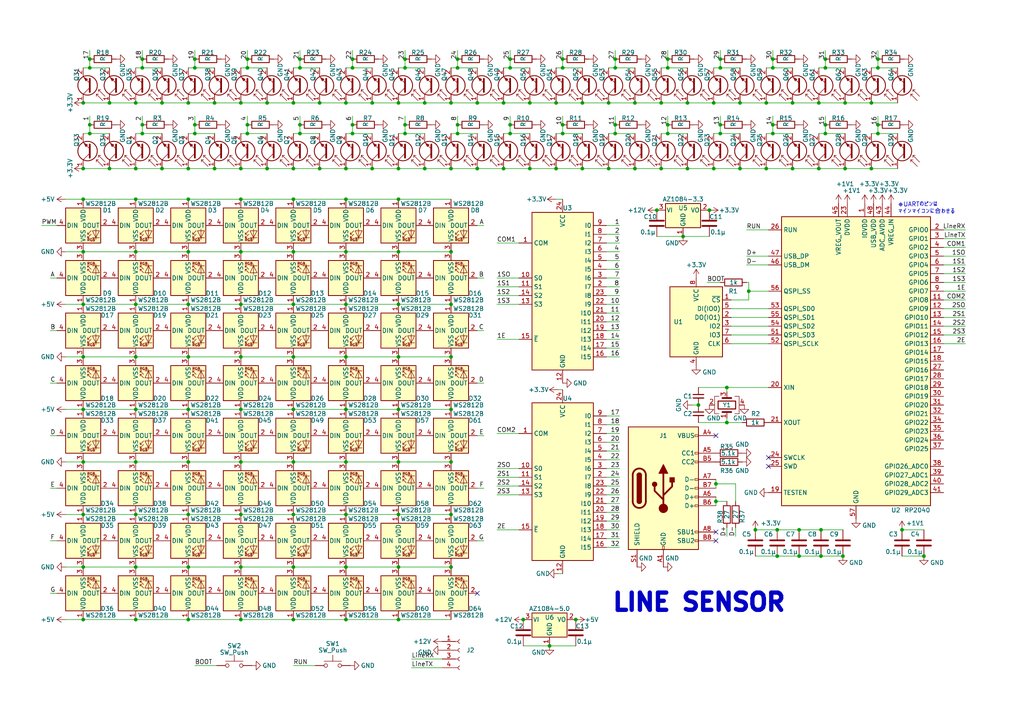
<source format=kicad_sch>
(kicad_sch (version 20230121) (generator eeschema)
  (paper "A4")
  (junction (at 231.775 161.29))
  (junction (at 85.09 133.985))
  (junction (at 163.195 17.145))
  (junction (at 69.85 73.025))
  (junction (at 229.87 48.895))
  (junction (at 24.13 57.785))
  (junction (at 176.53 29.845))
  (junction (at 85.09 73.025))
  (junction (at 69.85 118.745))
  (junction (at 77.47 29.845))
  (junction (at 100.33 164.465))
  (junction (at 56.515 38.735))
  (junction (at 254.635 36.195))
  (junction (at 41.275 36.195))
  (junction (at 85.09 103.505))
  (junction (at 85.09 29.845))
  (junction (at 86.995 36.195))
  (junction (at 239.395 38.735))
  (junction (at 130.81 73.025))
  (junction (at 24.13 133.985))
  (junction (at 85.09 48.895))
  (junction (at 147.955 38.735))
  (junction (at 86.995 17.145))
  (junction (at 26.035 17.145))
  (junction (at 245.11 48.895))
  (junction (at 130.81 103.505))
  (junction (at 39.37 103.505))
  (junction (at 198.12 68.58))
  (junction (at 238.125 153.67))
  (junction (at 184.15 48.895))
  (junction (at 207.01 48.895))
  (junction (at 85.09 164.465))
  (junction (at 146.05 29.845))
  (junction (at 184.15 29.845))
  (junction (at 115.57 73.025))
  (junction (at 178.435 36.195))
  (junction (at 130.81 133.985))
  (junction (at 207.645 145.415))
  (junction (at 31.75 29.845))
  (junction (at 151.765 179.705))
  (junction (at 193.675 36.195))
  (junction (at 178.435 17.145))
  (junction (at 115.57 88.265))
  (junction (at 39.37 133.985))
  (junction (at 100.33 103.505))
  (junction (at 168.91 48.895))
  (junction (at 208.915 17.145))
  (junction (at 62.23 48.895))
  (junction (at 237.49 29.845))
  (junction (at 222.25 48.895))
  (junction (at 225.425 161.29))
  (junction (at 46.99 48.895))
  (junction (at 102.235 38.735))
  (junction (at 132.715 17.145))
  (junction (at 239.395 19.685))
  (junction (at 191.77 48.895))
  (junction (at 153.67 29.845))
  (junction (at 24.13 164.465))
  (junction (at 24.13 103.505))
  (junction (at 26.035 38.735))
  (junction (at 39.37 88.265))
  (junction (at 210.82 122.555))
  (junction (at 224.155 36.195))
  (junction (at 85.09 57.785))
  (junction (at 130.81 118.745))
  (junction (at 115.57 179.705))
  (junction (at 56.515 36.195))
  (junction (at 207.645 140.335))
  (junction (at 193.675 19.685))
  (junction (at 244.475 161.29))
  (junction (at 107.95 29.845))
  (junction (at 219.075 153.67))
  (junction (at 54.61 179.705))
  (junction (at 54.61 48.895))
  (junction (at 85.09 118.745))
  (junction (at 117.475 36.195))
  (junction (at 115.57 133.985))
  (junction (at 147.955 36.195))
  (junction (at 85.09 179.705))
  (junction (at 123.19 48.895))
  (junction (at 24.13 73.025))
  (junction (at 100.33 179.705))
  (junction (at 62.23 29.845))
  (junction (at 39.37 73.025))
  (junction (at 159.385 187.325))
  (junction (at 54.61 164.465))
  (junction (at 24.13 88.265))
  (junction (at 71.755 17.145))
  (junction (at 24.13 48.895))
  (junction (at 252.73 48.895))
  (junction (at 254.635 17.145))
  (junction (at 261.62 153.67))
  (junction (at 115.57 103.505))
  (junction (at 199.39 29.845))
  (junction (at 146.05 48.895))
  (junction (at 100.33 88.265))
  (junction (at 54.61 149.225))
  (junction (at 39.37 179.705))
  (junction (at 115.57 29.845))
  (junction (at 167.005 179.705))
  (junction (at 237.49 48.895))
  (junction (at 115.57 118.745))
  (junction (at 39.37 48.895))
  (junction (at 100.33 48.895))
  (junction (at 102.235 19.685))
  (junction (at 214.63 29.845))
  (junction (at 238.125 161.29))
  (junction (at 54.61 57.785))
  (junction (at 100.33 118.745))
  (junction (at 239.395 36.195))
  (junction (at 117.475 19.685))
  (junction (at 231.775 153.67))
  (junction (at 168.91 29.845))
  (junction (at 86.995 38.735))
  (junction (at 92.71 29.845))
  (junction (at 210.82 112.395))
  (junction (at 71.755 19.685))
  (junction (at 190.5 60.96))
  (junction (at 163.195 36.195))
  (junction (at 69.85 103.505))
  (junction (at 56.515 17.145))
  (junction (at 54.61 29.845))
  (junction (at 254.635 19.685))
  (junction (at 102.235 17.145))
  (junction (at 54.61 73.025))
  (junction (at 117.475 38.735))
  (junction (at 115.57 48.895))
  (junction (at 130.81 48.895))
  (junction (at 26.035 19.685))
  (junction (at 178.435 38.735))
  (junction (at 161.29 48.895))
  (junction (at 69.85 179.705))
  (junction (at 163.195 19.685))
  (junction (at 69.85 88.265))
  (junction (at 163.195 38.735))
  (junction (at 130.81 149.225))
  (junction (at 86.995 19.685))
  (junction (at 24.13 118.745))
  (junction (at 130.81 88.265))
  (junction (at 217.17 84.455))
  (junction (at 69.85 164.465))
  (junction (at 71.755 38.735))
  (junction (at 199.39 48.895))
  (junction (at 123.19 29.845))
  (junction (at 239.395 17.145))
  (junction (at 69.85 133.985))
  (junction (at 178.435 19.685))
  (junction (at 115.57 164.465))
  (junction (at 229.87 29.845))
  (junction (at 208.915 36.195))
  (junction (at 56.515 19.685))
  (junction (at 224.155 17.145))
  (junction (at 224.155 38.735))
  (junction (at 147.955 19.685))
  (junction (at 24.13 149.225))
  (junction (at 245.11 29.845))
  (junction (at 130.81 164.465))
  (junction (at 208.915 19.685))
  (junction (at 54.61 133.985))
  (junction (at 24.13 29.845))
  (junction (at 153.67 48.895))
  (junction (at 100.33 57.785))
  (junction (at 41.275 17.145))
  (junction (at 214.63 48.895))
  (junction (at 69.85 29.845))
  (junction (at 224.155 19.685))
  (junction (at 202.565 117.475))
  (junction (at 102.235 36.195))
  (junction (at 85.09 88.265))
  (junction (at 130.81 29.845))
  (junction (at 208.915 38.735))
  (junction (at 46.99 29.845))
  (junction (at 26.035 36.195))
  (junction (at 77.47 48.895))
  (junction (at 69.85 48.895))
  (junction (at 132.715 38.735))
  (junction (at 39.37 164.465))
  (junction (at 191.77 29.845))
  (junction (at 176.53 48.895))
  (junction (at 69.85 57.785))
  (junction (at 117.475 17.145))
  (junction (at 69.85 149.225))
  (junction (at 115.57 149.225))
  (junction (at 193.675 38.735))
  (junction (at 54.61 103.505))
  (junction (at 54.61 88.265))
  (junction (at 138.43 29.845))
  (junction (at 100.33 149.225))
  (junction (at 39.37 57.785))
  (junction (at 54.61 118.745))
  (junction (at 254.635 38.735))
  (junction (at 100.33 73.025))
  (junction (at 115.57 57.785))
  (junction (at 39.37 29.845))
  (junction (at 71.755 36.195))
  (junction (at 147.955 17.145))
  (junction (at 41.275 19.685))
  (junction (at 39.37 118.745))
  (junction (at 107.95 48.895))
  (junction (at 267.97 161.29))
  (junction (at 132.715 19.685))
  (junction (at 222.25 29.845))
  (junction (at 31.75 48.895))
  (junction (at 138.43 48.895))
  (junction (at 100.33 29.845))
  (junction (at 252.73 29.845))
  (junction (at 39.37 149.225))
  (junction (at 41.275 38.735))
  (junction (at 193.675 17.145))
  (junction (at 225.425 153.67))
  (junction (at 207.01 29.845))
  (junction (at 205.74 60.96))
  (junction (at 132.715 36.195))
  (junction (at 85.09 149.225))
  (junction (at 161.29 29.845))
  (junction (at 100.33 133.985))
  (junction (at 92.71 48.895))
  (junction (at 24.13 179.705))
  (no_connect (at 207.645 126.365))
  (no_connect (at 138.43 172.085))
  (no_connect (at 207.645 154.305))
  (no_connect (at 222.885 135.255))
  (no_connect (at 222.885 132.715))
  (no_connect (at 207.645 156.845))
  (wire (pts (xy 245.11 29.845) (xy 252.73 29.845)))
  (wire (pts (xy 130.81 38.735) (xy 132.715 38.735)))
  (wire (pts (xy 19.05 164.465) (xy 24.13 164.465)))
  (wire (pts (xy 24.13 179.705) (xy 39.37 179.705)))
  (wire (pts (xy 144.145 85.725) (xy 150.495 85.725)))
  (wire (pts (xy 19.05 118.745) (xy 24.13 118.745)))
  (wire (pts (xy 179.705 100.965) (xy 175.895 100.965)))
  (wire (pts (xy 69.85 48.895) (xy 77.47 48.895)))
  (wire (pts (xy 239.395 36.195) (xy 239.395 38.735)))
  (wire (pts (xy 147.955 36.195) (xy 147.955 38.735)))
  (wire (pts (xy 217.17 86.995) (xy 217.17 84.455)))
  (wire (pts (xy 123.19 48.895) (xy 130.81 48.895)))
  (wire (pts (xy 71.755 38.735) (xy 77.47 38.735)))
  (wire (pts (xy 179.705 130.81) (xy 175.895 130.81)))
  (wire (pts (xy 107.95 29.845) (xy 115.57 29.845)))
  (wire (pts (xy 41.275 36.195) (xy 41.275 33.655)))
  (wire (pts (xy 225.425 153.67) (xy 231.775 153.67)))
  (wire (pts (xy 178.435 36.195) (xy 178.435 38.735)))
  (wire (pts (xy 86.995 38.735) (xy 92.71 38.735)))
  (wire (pts (xy 24.13 73.025) (xy 39.37 73.025)))
  (wire (pts (xy 24.13 164.465) (xy 39.37 164.465)))
  (wire (pts (xy 85.09 149.225) (xy 100.33 149.225)))
  (wire (pts (xy 280.035 94.615) (xy 273.685 94.615)))
  (wire (pts (xy 56.515 19.685) (xy 62.23 19.685)))
  (wire (pts (xy 39.37 103.505) (xy 54.61 103.505)))
  (wire (pts (xy 54.61 57.785) (xy 69.85 57.785)))
  (wire (pts (xy 54.61 48.895) (xy 62.23 48.895)))
  (wire (pts (xy 179.705 156.21) (xy 175.895 156.21)))
  (wire (pts (xy 117.475 38.735) (xy 123.19 38.735)))
  (wire (pts (xy 207.01 48.895) (xy 214.63 48.895)))
  (wire (pts (xy 19.05 57.785) (xy 24.13 57.785)))
  (wire (pts (xy 69.85 29.845) (xy 77.47 29.845)))
  (wire (pts (xy 237.49 38.735) (xy 239.395 38.735)))
  (wire (pts (xy 115.57 179.705) (xy 130.81 179.705)))
  (wire (pts (xy 219.075 153.67) (xy 225.425 153.67)))
  (wire (pts (xy 212.09 99.695) (xy 222.885 99.695)))
  (wire (pts (xy 100.33 19.685) (xy 102.235 19.685)))
  (wire (pts (xy 280.035 89.535) (xy 273.685 89.535)))
  (wire (pts (xy 280.035 99.695) (xy 273.685 99.695)))
  (wire (pts (xy 140.335 80.645) (xy 138.43 80.645)))
  (wire (pts (xy 146.05 38.735) (xy 147.955 38.735)))
  (wire (pts (xy 85.09 48.895) (xy 92.71 48.895)))
  (wire (pts (xy 179.705 120.65) (xy 175.895 120.65)))
  (wire (pts (xy 161.29 19.685) (xy 163.195 19.685)))
  (wire (pts (xy 26.035 36.195) (xy 26.035 33.655)))
  (wire (pts (xy 225.425 161.29) (xy 231.775 161.29)))
  (wire (pts (xy 210.82 112.395) (xy 210.82 113.665)))
  (wire (pts (xy 39.37 149.225) (xy 54.61 149.225)))
  (wire (pts (xy 254.635 17.145) (xy 254.635 14.605)))
  (wire (pts (xy 115.57 133.985) (xy 130.81 133.985)))
  (wire (pts (xy 179.705 135.89) (xy 175.895 135.89)))
  (wire (pts (xy 217.17 84.455) (xy 217.17 81.915)))
  (wire (pts (xy 41.275 17.145) (xy 41.275 19.685)))
  (wire (pts (xy 193.675 36.195) (xy 193.675 33.655)))
  (wire (pts (xy 69.85 164.465) (xy 85.09 164.465)))
  (wire (pts (xy 224.155 36.195) (xy 224.155 33.655)))
  (wire (pts (xy 161.925 113.03) (xy 163.195 113.03)))
  (wire (pts (xy 238.125 161.29) (xy 244.475 161.29)))
  (wire (pts (xy 24.13 88.265) (xy 39.37 88.265)))
  (wire (pts (xy 229.87 29.845) (xy 237.49 29.845)))
  (wire (pts (xy 69.85 73.025) (xy 85.09 73.025)))
  (wire (pts (xy 85.09 103.505) (xy 100.33 103.505)))
  (wire (pts (xy 100.33 57.785) (xy 115.57 57.785)))
  (wire (pts (xy 62.23 29.845) (xy 69.85 29.845)))
  (wire (pts (xy 102.235 36.195) (xy 102.235 33.655)))
  (wire (pts (xy 237.49 29.845) (xy 245.11 29.845)))
  (wire (pts (xy 117.475 36.195) (xy 117.475 38.735)))
  (wire (pts (xy 39.37 73.025) (xy 54.61 73.025)))
  (wire (pts (xy 24.13 29.845) (xy 31.75 29.845)))
  (wire (pts (xy 69.85 103.505) (xy 85.09 103.505)))
  (wire (pts (xy 212.09 86.995) (xy 217.17 86.995)))
  (wire (pts (xy 214.63 29.845) (xy 222.25 29.845)))
  (wire (pts (xy 100.33 103.505) (xy 115.57 103.505)))
  (wire (pts (xy 216.535 76.835) (xy 222.885 76.835)))
  (wire (pts (xy 115.57 29.845) (xy 123.19 29.845)))
  (wire (pts (xy 178.435 17.145) (xy 178.435 14.605)))
  (wire (pts (xy 179.705 98.425) (xy 175.895 98.425)))
  (wire (pts (xy 179.705 75.565) (xy 175.895 75.565)))
  (wire (pts (xy 212.09 94.615) (xy 222.885 94.615)))
  (wire (pts (xy 26.035 19.685) (xy 31.75 19.685)))
  (wire (pts (xy 213.36 153.035) (xy 213.36 155.575)))
  (wire (pts (xy 85.09 57.785) (xy 100.33 57.785)))
  (wire (pts (xy 144.145 98.425) (xy 150.495 98.425)))
  (wire (pts (xy 208.915 17.145) (xy 208.915 19.685)))
  (wire (pts (xy 85.09 29.845) (xy 92.71 29.845)))
  (wire (pts (xy 216.535 66.675) (xy 222.885 66.675)))
  (wire (pts (xy 261.62 161.29) (xy 267.97 161.29)))
  (wire (pts (xy 147.955 36.195) (xy 147.955 33.655)))
  (wire (pts (xy 280.035 76.835) (xy 273.685 76.835)))
  (wire (pts (xy 178.435 38.735) (xy 184.15 38.735)))
  (wire (pts (xy 85.09 164.465) (xy 100.33 164.465)))
  (wire (pts (xy 140.335 95.885) (xy 138.43 95.885)))
  (wire (pts (xy 179.705 125.73) (xy 175.895 125.73)))
  (wire (pts (xy 71.755 17.145) (xy 71.755 19.685)))
  (wire (pts (xy 140.335 111.125) (xy 138.43 111.125)))
  (wire (pts (xy 280.035 84.455) (xy 273.685 84.455)))
  (wire (pts (xy 123.19 29.845) (xy 130.81 29.845)))
  (wire (pts (xy 161.29 48.895) (xy 168.91 48.895)))
  (wire (pts (xy 179.705 83.185) (xy 175.895 83.185)))
  (wire (pts (xy 217.17 84.455) (xy 222.885 84.455)))
  (wire (pts (xy 100.33 38.735) (xy 102.235 38.735)))
  (wire (pts (xy 24.13 149.225) (xy 39.37 149.225)))
  (wire (pts (xy 31.75 29.845) (xy 39.37 29.845)))
  (wire (pts (xy 184.15 48.895) (xy 191.77 48.895)))
  (wire (pts (xy 69.85 19.685) (xy 71.755 19.685)))
  (wire (pts (xy 280.035 66.675) (xy 273.685 66.675)))
  (wire (pts (xy 224.155 17.145) (xy 224.155 14.605)))
  (wire (pts (xy 115.57 38.735) (xy 117.475 38.735)))
  (wire (pts (xy 54.61 118.745) (xy 69.85 118.745)))
  (wire (pts (xy 107.95 48.895) (xy 115.57 48.895)))
  (wire (pts (xy 54.61 103.505) (xy 69.85 103.505)))
  (wire (pts (xy 39.37 88.265) (xy 54.61 88.265)))
  (wire (pts (xy 86.995 36.195) (xy 86.995 38.735)))
  (wire (pts (xy 85.09 19.685) (xy 86.995 19.685)))
  (wire (pts (xy 144.145 125.73) (xy 150.495 125.73)))
  (wire (pts (xy 254.635 19.685) (xy 260.35 19.685)))
  (wire (pts (xy 179.705 70.485) (xy 175.895 70.485)))
  (wire (pts (xy 102.235 19.685) (xy 107.95 19.685)))
  (wire (pts (xy 115.57 103.505) (xy 130.81 103.505)))
  (wire (pts (xy 100.33 73.025) (xy 115.57 73.025)))
  (wire (pts (xy 56.515 38.735) (xy 62.23 38.735)))
  (wire (pts (xy 191.77 38.735) (xy 193.675 38.735)))
  (wire (pts (xy 71.755 17.145) (xy 71.755 14.605)))
  (wire (pts (xy 31.75 48.895) (xy 39.37 48.895)))
  (wire (pts (xy 163.195 36.195) (xy 163.195 33.655)))
  (wire (pts (xy 77.47 29.845) (xy 85.09 29.845)))
  (wire (pts (xy 85.09 88.265) (xy 100.33 88.265)))
  (wire (pts (xy 280.035 74.295) (xy 273.685 74.295)))
  (wire (pts (xy 130.81 29.845) (xy 138.43 29.845)))
  (wire (pts (xy 54.61 73.025) (xy 69.85 73.025)))
  (wire (pts (xy 239.395 17.145) (xy 239.395 19.685)))
  (wire (pts (xy 54.61 19.685) (xy 56.515 19.685)))
  (wire (pts (xy 24.13 19.685) (xy 26.035 19.685)))
  (wire (pts (xy 100.33 88.265) (xy 115.57 88.265)))
  (wire (pts (xy 100.33 149.225) (xy 115.57 149.225)))
  (wire (pts (xy 161.925 166.37) (xy 163.195 166.37)))
  (wire (pts (xy 130.81 48.895) (xy 138.43 48.895)))
  (wire (pts (xy 117.475 19.685) (xy 123.19 19.685)))
  (wire (pts (xy 117.475 36.195) (xy 117.475 33.655)))
  (wire (pts (xy 19.05 103.505) (xy 24.13 103.505)))
  (wire (pts (xy 280.035 71.755) (xy 273.685 71.755)))
  (wire (pts (xy 115.57 118.745) (xy 130.81 118.745)))
  (wire (pts (xy 132.715 36.195) (xy 132.715 33.655)))
  (wire (pts (xy 252.73 19.685) (xy 254.635 19.685)))
  (wire (pts (xy 254.635 36.195) (xy 254.635 33.655)))
  (wire (pts (xy 132.715 38.735) (xy 138.43 38.735)))
  (wire (pts (xy 179.705 158.75) (xy 175.895 158.75)))
  (wire (pts (xy 100.33 118.745) (xy 115.57 118.745)))
  (wire (pts (xy 212.09 97.155) (xy 222.885 97.155)))
  (wire (pts (xy 224.155 38.735) (xy 229.87 38.735)))
  (wire (pts (xy 176.53 19.685) (xy 178.435 19.685)))
  (wire (pts (xy 280.035 92.075) (xy 273.685 92.075)))
  (wire (pts (xy 238.125 153.67) (xy 244.475 153.67)))
  (wire (pts (xy 132.715 19.685) (xy 138.43 19.685)))
  (wire (pts (xy 41.275 19.685) (xy 46.99 19.685)))
  (wire (pts (xy 56.515 193.04) (xy 62.865 193.04)))
  (wire (pts (xy 179.705 73.025) (xy 175.895 73.025)))
  (wire (pts (xy 179.705 65.405) (xy 175.895 65.405)))
  (wire (pts (xy 12.065 65.405) (xy 16.51 65.405)))
  (wire (pts (xy 144.145 70.485) (xy 150.495 70.485)))
  (wire (pts (xy 69.85 38.735) (xy 71.755 38.735)))
  (wire (pts (xy 179.705 90.805) (xy 175.895 90.805)))
  (wire (pts (xy 69.85 149.225) (xy 85.09 149.225)))
  (wire (pts (xy 231.775 161.29) (xy 238.125 161.29)))
  (wire (pts (xy 56.515 17.145) (xy 56.515 19.685)))
  (wire (pts (xy 39.37 48.895) (xy 46.99 48.895)))
  (wire (pts (xy 179.705 146.05) (xy 175.895 146.05)))
  (wire (pts (xy 19.05 133.985) (xy 24.13 133.985)))
  (wire (pts (xy 207.01 29.845) (xy 214.63 29.845)))
  (wire (pts (xy 224.155 17.145) (xy 224.155 19.685)))
  (wire (pts (xy 26.035 38.735) (xy 31.75 38.735)))
  (wire (pts (xy 85.09 118.745) (xy 100.33 118.745)))
  (wire (pts (xy 178.435 19.685) (xy 184.15 19.685)))
  (wire (pts (xy 147.955 38.735) (xy 153.67 38.735)))
  (wire (pts (xy 144.145 153.67) (xy 150.495 153.67)))
  (wire (pts (xy 41.275 17.145) (xy 41.275 14.605)))
  (wire (pts (xy 207.645 145.415) (xy 207.645 146.685)))
  (wire (pts (xy 161.29 29.845) (xy 168.91 29.845)))
  (wire (pts (xy 190.5 68.58) (xy 198.12 68.58)))
  (wire (pts (xy 69.85 179.705) (xy 85.09 179.705)))
  (wire (pts (xy 144.145 138.43) (xy 150.495 138.43)))
  (wire (pts (xy 100.33 133.985) (xy 115.57 133.985)))
  (wire (pts (xy 208.915 36.195) (xy 208.915 38.735)))
  (wire (pts (xy 69.85 88.265) (xy 85.09 88.265)))
  (wire (pts (xy 153.67 29.845) (xy 161.29 29.845)))
  (wire (pts (xy 39.37 29.845) (xy 46.99 29.845)))
  (wire (pts (xy 62.23 48.895) (xy 69.85 48.895)))
  (wire (pts (xy 237.49 19.685) (xy 239.395 19.685)))
  (wire (pts (xy 179.705 93.345) (xy 175.895 93.345)))
  (wire (pts (xy 19.05 73.025) (xy 24.13 73.025)))
  (wire (pts (xy 179.705 95.885) (xy 175.895 95.885)))
  (wire (pts (xy 179.705 85.725) (xy 175.895 85.725)))
  (wire (pts (xy 14.605 126.365) (xy 16.51 126.365)))
  (wire (pts (xy 163.195 17.145) (xy 163.195 19.685)))
  (wire (pts (xy 39.37 19.685) (xy 41.275 19.685)))
  (wire (pts (xy 222.25 19.685) (xy 224.155 19.685)))
  (wire (pts (xy 179.705 88.265) (xy 175.895 88.265)))
  (wire (pts (xy 119.38 191.135) (xy 128.27 191.135)))
  (wire (pts (xy 208.915 36.195) (xy 208.915 33.655)))
  (wire (pts (xy 46.99 29.845) (xy 54.61 29.845)))
  (wire (pts (xy 212.09 89.535) (xy 222.885 89.535)))
  (wire (pts (xy 26.035 17.145) (xy 26.035 19.685)))
  (wire (pts (xy 146.05 29.845) (xy 153.67 29.845)))
  (wire (pts (xy 193.675 36.195) (xy 193.675 38.735)))
  (wire (pts (xy 14.605 80.645) (xy 16.51 80.645)))
  (wire (pts (xy 19.05 149.225) (xy 24.13 149.225)))
  (wire (pts (xy 147.955 17.145) (xy 147.955 19.685)))
  (wire (pts (xy 100.33 164.465) (xy 115.57 164.465)))
  (wire (pts (xy 193.675 17.145) (xy 193.675 14.605)))
  (wire (pts (xy 245.11 48.895) (xy 252.73 48.895)))
  (wire (pts (xy 14.605 95.885) (xy 16.51 95.885)))
  (wire (pts (xy 85.09 179.705) (xy 100.33 179.705)))
  (wire (pts (xy 92.71 48.895) (xy 100.33 48.895)))
  (wire (pts (xy 254.635 17.145) (xy 254.635 19.685)))
  (wire (pts (xy 168.91 29.845) (xy 176.53 29.845)))
  (wire (pts (xy 193.675 19.685) (xy 199.39 19.685)))
  (wire (pts (xy 54.61 133.985) (xy 69.85 133.985)))
  (wire (pts (xy 280.035 79.375) (xy 273.685 79.375)))
  (wire (pts (xy 254.635 38.735) (xy 260.35 38.735)))
  (wire (pts (xy 24.13 133.985) (xy 39.37 133.985)))
  (wire (pts (xy 179.705 138.43) (xy 175.895 138.43)))
  (wire (pts (xy 140.335 126.365) (xy 138.43 126.365)))
  (wire (pts (xy 56.515 36.195) (xy 56.515 33.655)))
  (wire (pts (xy 69.85 133.985) (xy 85.09 133.985)))
  (wire (pts (xy 176.53 48.895) (xy 184.15 48.895)))
  (wire (pts (xy 205.105 81.915) (xy 208.915 81.915)))
  (wire (pts (xy 117.475 17.145) (xy 117.475 19.685)))
  (wire (pts (xy 85.09 73.025) (xy 100.33 73.025)))
  (wire (pts (xy 224.155 19.685) (xy 229.87 19.685)))
  (wire (pts (xy 200.66 117.475) (xy 202.565 117.475)))
  (wire (pts (xy 71.755 36.195) (xy 71.755 33.655)))
  (wire (pts (xy 102.235 36.195) (xy 102.235 38.735)))
  (wire (pts (xy 147.955 17.145) (xy 147.955 14.605)))
  (wire (pts (xy 130.81 19.685) (xy 132.715 19.685)))
  (wire (pts (xy 86.995 36.195) (xy 86.995 33.655)))
  (wire (pts (xy 24.13 103.505) (xy 39.37 103.505)))
  (wire (pts (xy 239.395 17.145) (xy 239.395 14.605)))
  (wire (pts (xy 191.77 29.845) (xy 199.39 29.845)))
  (wire (pts (xy 77.47 48.895) (xy 85.09 48.895)))
  (wire (pts (xy 39.37 133.985) (xy 54.61 133.985)))
  (wire (pts (xy 224.155 36.195) (xy 224.155 38.735)))
  (wire (pts (xy 144.145 143.51) (xy 150.495 143.51)))
  (wire (pts (xy 191.77 19.685) (xy 193.675 19.685)))
  (wire (pts (xy 212.09 92.075) (xy 222.885 92.075)))
  (wire (pts (xy 176.53 29.845) (xy 184.15 29.845)))
  (wire (pts (xy 146.05 19.685) (xy 147.955 19.685)))
  (wire (pts (xy 115.57 73.025) (xy 130.81 73.025)))
  (wire (pts (xy 239.395 19.685) (xy 245.11 19.685)))
  (wire (pts (xy 261.62 153.67) (xy 267.97 153.67)))
  (wire (pts (xy 115.57 164.465) (xy 130.81 164.465)))
  (wire (pts (xy 138.43 48.895) (xy 146.05 48.895)))
  (wire (pts (xy 39.37 179.705) (xy 54.61 179.705)))
  (wire (pts (xy 146.05 48.895) (xy 153.67 48.895)))
  (wire (pts (xy 208.915 19.685) (xy 214.63 19.685)))
  (wire (pts (xy 24.13 38.735) (xy 26.035 38.735)))
  (wire (pts (xy 193.675 38.735) (xy 199.39 38.735)))
  (wire (pts (xy 153.67 48.895) (xy 161.29 48.895)))
  (wire (pts (xy 237.49 48.895) (xy 245.11 48.895)))
  (wire (pts (xy 217.17 81.915) (xy 216.535 81.915)))
  (wire (pts (xy 219.075 161.29) (xy 225.425 161.29)))
  (wire (pts (xy 24.13 48.895) (xy 31.75 48.895)))
  (wire (pts (xy 56.515 36.195) (xy 56.515 38.735)))
  (wire (pts (xy 210.82 121.285) (xy 210.82 122.555)))
  (wire (pts (xy 119.38 193.675) (xy 128.27 193.675)))
  (wire (pts (xy 213.36 140.335) (xy 207.645 140.335)))
  (wire (pts (xy 202.565 122.555) (xy 210.82 122.555)))
  (wire (pts (xy 179.705 123.19) (xy 175.895 123.19)))
  (wire (pts (xy 54.61 38.735) (xy 56.515 38.735)))
  (wire (pts (xy 144.145 83.185) (xy 150.495 83.185)))
  (wire (pts (xy 144.145 80.645) (xy 150.495 80.645)))
  (wire (pts (xy 280.035 97.155) (xy 273.685 97.155)))
  (wire (pts (xy 207.645 144.145) (xy 207.645 145.415)))
  (wire (pts (xy 239.395 38.735) (xy 245.11 38.735)))
  (wire (pts (xy 117.475 17.145) (xy 117.475 14.605)))
  (wire (pts (xy 138.43 29.845) (xy 146.05 29.845)))
  (wire (pts (xy 14.605 172.085) (xy 16.51 172.085)))
  (wire (pts (xy 179.705 103.505) (xy 175.895 103.505)))
  (wire (pts (xy 54.61 88.265) (xy 69.85 88.265)))
  (wire (pts (xy 207.645 145.415) (xy 210.82 145.415)))
  (wire (pts (xy 54.61 149.225) (xy 69.85 149.225)))
  (wire (pts (xy 254.635 36.195) (xy 254.635 38.735)))
  (wire (pts (xy 144.145 135.89) (xy 150.495 135.89)))
  (wire (pts (xy 163.195 38.735) (xy 168.91 38.735)))
  (wire (pts (xy 179.705 133.35) (xy 175.895 133.35)))
  (wire (pts (xy 222.25 38.735) (xy 224.155 38.735)))
  (wire (pts (xy 26.035 36.195) (xy 26.035 38.735)))
  (wire (pts (xy 202.565 112.395) (xy 210.82 112.395)))
  (wire (pts (xy 178.435 17.145) (xy 178.435 19.685)))
  (wire (pts (xy 115.57 57.785) (xy 130.81 57.785)))
  (wire (pts (xy 179.705 67.945) (xy 175.895 67.945)))
  (wire (pts (xy 252.73 48.895) (xy 260.35 48.895)))
  (wire (pts (xy 54.61 29.845) (xy 62.23 29.845)))
  (wire (pts (xy 239.395 36.195) (xy 239.395 33.655)))
  (wire (pts (xy 132.715 36.195) (xy 132.715 38.735)))
  (wire (pts (xy 147.955 19.685) (xy 153.67 19.685)))
  (wire (pts (xy 132.715 17.145) (xy 132.715 19.685)))
  (wire (pts (xy 179.705 80.645) (xy 175.895 80.645)))
  (wire (pts (xy 115.57 48.895) (xy 123.19 48.895)))
  (wire (pts (xy 207.01 38.735) (xy 208.915 38.735)))
  (wire (pts (xy 252.73 38.735) (xy 254.635 38.735)))
  (wire (pts (xy 179.705 128.27) (xy 175.895 128.27)))
  (wire (pts (xy 184.15 29.845) (xy 191.77 29.845)))
  (wire (pts (xy 179.705 143.51) (xy 175.895 143.51)))
  (wire (pts (xy 86.995 17.145) (xy 86.995 14.605)))
  (wire (pts (xy 207.645 139.065) (xy 207.645 140.335)))
  (wire (pts (xy 85.09 133.985) (xy 100.33 133.985)))
  (wire (pts (xy 100.33 29.845) (xy 107.95 29.845)))
  (wire (pts (xy 163.195 19.685) (xy 168.91 19.685)))
  (wire (pts (xy 39.37 57.785) (xy 54.61 57.785)))
  (wire (pts (xy 280.035 81.915) (xy 273.685 81.915)))
  (wire (pts (xy 69.85 118.745) (xy 85.09 118.745)))
  (wire (pts (xy 19.05 88.265) (xy 24.13 88.265)))
  (wire (pts (xy 216.535 74.295) (xy 222.885 74.295)))
  (wire (pts (xy 176.53 38.735) (xy 178.435 38.735)))
  (wire (pts (xy 231.775 153.67) (xy 238.125 153.67)))
  (wire (pts (xy 140.335 141.605) (xy 138.43 141.605)))
  (wire (pts (xy 252.73 29.845) (xy 260.35 29.845)))
  (wire (pts (xy 210.82 122.555) (xy 215.265 122.555)))
  (wire (pts (xy 85.09 193.04) (xy 91.44 193.04)))
  (wire (pts (xy 132.715 17.145) (xy 132.715 14.605)))
  (wire (pts (xy 222.25 29.845) (xy 229.87 29.845)))
  (wire (pts (xy 140.335 65.405) (xy 138.43 65.405)))
  (wire (pts (xy 85.09 38.735) (xy 86.995 38.735)))
  (wire (pts (xy 280.035 69.215) (xy 273.685 69.215)))
  (wire (pts (xy 115.57 88.265) (xy 130.81 88.265)))
  (wire (pts (xy 14.605 141.605) (xy 16.51 141.605)))
  (wire (pts (xy 115.57 149.225) (xy 130.81 149.225)))
  (wire (pts (xy 41.275 38.735) (xy 46.99 38.735)))
  (wire (pts (xy 229.87 48.895) (xy 237.49 48.895)))
  (wire (pts (xy 115.57 19.685) (xy 117.475 19.685)))
  (wire (pts (xy 24.13 118.745) (xy 39.37 118.745)))
  (wire (pts (xy 222.25 48.895) (xy 229.87 48.895)))
  (wire (pts (xy 213.36 145.415) (xy 213.36 140.335)))
  (wire (pts (xy 208.915 17.145) (xy 208.915 14.605)))
  (wire (pts (xy 161.29 57.785) (xy 163.195 57.785)))
  (wire (pts (xy 191.77 48.895) (xy 199.39 48.895)))
  (wire (pts (xy 214.63 48.895) (xy 222.25 48.895)))
  (wire (pts (xy 208.915 38.735) (xy 214.63 38.735)))
  (wire (pts (xy 207.01 19.685) (xy 208.915 19.685)))
  (wire (pts (xy 163.195 17.145) (xy 163.195 14.605)))
  (wire (pts (xy 199.39 29.845) (xy 207.01 29.845)))
  (wire (pts (xy 102.235 17.145) (xy 102.235 14.605)))
  (wire (pts (xy 198.12 68.58) (xy 205.74 68.58)))
  (wire (pts (xy 102.235 17.145) (xy 102.235 19.685)))
  (wire (pts (xy 193.675 17.145) (xy 193.675 19.685)))
  (wire (pts (xy 69.85 57.785) (xy 85.09 57.785)))
  (wire (pts (xy 280.035 86.995) (xy 273.685 86.995)))
  (wire (pts (xy 100.33 179.705) (xy 115.57 179.705)))
  (wire (pts (xy 26.035 17.145) (xy 26.035 14.605)))
  (wire (pts (xy 210.82 155.575) (xy 210.82 153.035)))
  (wire (pts (xy 179.705 140.97) (xy 175.895 140.97)))
  (wire (pts (xy 168.91 48.895) (xy 176.53 48.895)))
  (wire (pts (xy 86.995 17.145) (xy 86.995 19.685)))
  (wire (pts (xy 41.275 36.195) (xy 41.275 38.735)))
  (wire (pts (xy 199.39 48.895) (xy 207.01 48.895)))
  (wire (pts (xy 39.37 164.465) (xy 54.61 164.465)))
  (wire (pts (xy 144.145 88.265) (xy 150.495 88.265)))
  (wire (pts (xy 71.755 36.195) (xy 71.755 38.735)))
  (wire (pts (xy 39.37 118.745) (xy 54.61 118.745)))
  (wire (pts (xy 100.33 48.895) (xy 107.95 48.895)))
  (wire (pts (xy 54.61 179.705) (xy 69.85 179.705)))
  (wire (pts (xy 179.705 151.13) (xy 175.895 151.13)))
  (wire (pts (xy 92.71 29.845) (xy 100.33 29.845)))
  (wire (pts (xy 46.99 48.895) (xy 54.61 48.895)))
  (wire (pts (xy 151.765 187.325) (xy 159.385 187.325)))
  (wire (pts (xy 39.37 38.735) (xy 41.275 38.735)))
  (wire (pts (xy 14.605 156.845) (xy 16.51 156.845)))
  (wire (pts (xy 161.29 38.735) (xy 163.195 38.735)))
  (wire (pts (xy 207.645 140.335) (xy 207.645 141.605)))
  (wire (pts (xy 54.61 164.465) (xy 69.85 164.465)))
  (wire (pts (xy 163.195 36.195) (xy 163.195 38.735)))
  (wire (pts (xy 178.435 36.195) (xy 178.435 33.655)))
  (wire (pts (xy 159.385 187.325) (xy 167.005 187.325)))
  (wire (pts (xy 179.705 148.59) (xy 175.895 148.59)))
  (wire (pts (xy 71.755 19.685) (xy 77.47 19.685)))
  (wire (pts (xy 179.705 153.67) (xy 175.895 153.67)))
  (wire (pts (xy 140.335 156.845) (xy 138.43 156.845)))
  (wire (pts (xy 24.13 57.785) (xy 39.37 57.785)))
  (wire (pts (xy 19.05 179.705) (xy 24.13 179.705)))
  (wire (pts (xy 210.82 112.395) (xy 222.885 112.395)))
  (wire (pts (xy 86.995 19.685) (xy 92.71 19.685)))
  (wire (pts (xy 102.235 38.735) (xy 107.95 38.735)))
  (wire (pts (xy 179.705 78.105) (xy 175.895 78.105)))
  (wire (pts (xy 14.605 111.125) (xy 16.51 111.125)))
  (wire (pts (xy 144.145 140.97) (xy 150.495 140.97)))
  (wire (pts (xy 56.515 17.145) (xy 56.515 14.605)))
  (text "LINE SENSOR" (at 177.165 177.8 0) (effects (font (size 5 5) (thickness 1.6) bold) (justify left bottom)))
  (text "※UARTのピンは\nマインマイコンに合わせる" (at 260.35 62.23 0) (effects (font (size 1.27 1.27)) (justify left bottom)))
  (label "D" (at 140.335 111.125 180))
  (label "F" (at 140.335 141.605 180))
  (label "2S1" (at 280.035 92.075 180))
  (label "LineTX" (at 119.38 193.675 0))
  (label "D-" (at 216.535 76.835 0))
  (label "E" (at 140.335 126.365 180))
  (label "10" (at 179.705 88.265 180))
  (label "３" (at 179.705 70.485 180))
  (label "1S2" (at 144.145 85.725 0))
  (label "26" (at 179.705 143.51 180))
  (label "2S3" (at 280.035 97.155 180))
  (label "15" (at 179.705 100.965 180))
  (label "４" (at 179.705 73.025 180))
  (label "2S2" (at 280.035 94.615 180))
  (label "RUN" (at 85.09 193.04 0))
  (label "8" (at 132.715 33.655 270))
  (label "1S1" (at 280.035 76.835 180))
  (label "C" (at 140.335 95.885 180))
  (label "D+" (at 216.535 74.295 0))
  (label "G" (at 14.605 172.085 0))
  (label "6" (at 102.235 33.655 270))
  (label "17" (at 26.035 14.605 270))
  (label "G" (at 140.335 156.845 180))
  (label "11" (at 179.705 90.805 180))
  (label "24" (at 179.705 138.43 180))
  (label "2" (at 179.705 67.945 180))
  (label "5" (at 86.995 33.655 270))
  (label "27" (at 179.705 146.05 180))
  (label "BOOT" (at 205.105 81.915 0))
  (label "B" (at 140.335 80.645 180))
  (label "RUN" (at 216.535 66.675 0))
  (label "23" (at 179.705 135.89 180))
  (label "4" (at 71.755 33.655 270))
  (label "11" (at 178.435 33.655 270))
  (label "15" (at 239.395 33.655 270))
  (label "1S3" (at 144.145 88.265 0))
  (label "1" (at 26.035 33.655 270))
  (label "COM2" (at 144.145 125.73 0))
  (label "31" (at 179.705 156.21 180))
  (label "E" (at 14.605 141.605 0))
  (label "23" (at 117.475 14.605 270))
  (label "８" (at 179.705 83.185 180))
  (label "1S1" (at 144.145 83.185 0))
  (label "25" (at 179.705 140.97 180))
  (label "LineTX" (at 280.035 69.215 180))
  (label "21" (at 179.705 130.81 180))
  (label "26" (at 163.195 14.605 270))
  (label "A" (at 140.335 65.405 180))
  (label "29" (at 179.705 151.13 180))
  (label "D-" (at 213.36 155.575 90))
  (label "30" (at 179.705 153.67 180))
  (label "19" (at 56.515 14.605 270))
  (label "C" (at 14.605 111.125 0))
  (label "16" (at 254.635 33.655 270))
  (label "32" (at 179.705 158.75 180))
  (label "1E" (at 144.145 98.425 0))
  (label "12" (at 193.675 33.655 270))
  (label "20" (at 179.705 128.27 180))
  (label "A" (at 14.605 80.645 0))
  (label "9" (at 147.955 33.655 270))
  (label "1SO" (at 144.145 80.645 0))
  (label "1SO" (at 280.035 74.295 180))
  (label "2E" (at 144.145 153.67 0))
  (label "D" (at 14.605 126.365 0))
  (label "1S2" (at 280.035 79.375 180))
  (label "31" (at 239.395 14.605 270))
  (label "27" (at 178.435 14.605 270))
  (label "2S3" (at 144.145 143.51 0))
  (label "COM1" (at 280.035 71.755 180))
  (label "7" (at 117.475 33.655 270))
  (label "６" (at 179.705 78.105 180))
  (label "2S2" (at 144.145 140.97 0))
  (label "2" (at 41.275 33.655 270))
  (label "10" (at 163.195 33.655 270))
  (label "B" (at 14.605 95.885 0))
  (label "12" (at 179.705 93.345 180))
  (label "22" (at 179.705 133.35 180))
  (label "2S1" (at 144.145 138.43 0))
  (label "24" (at 132.715 14.605 270))
  (label "５" (at 179.705 75.565 180))
  (label "2SO" (at 144.145 135.89 0))
  (label "29" (at 208.915 14.605 270))
  (label "20" (at 71.755 14.605 270))
  (label "14" (at 224.155 33.655 270))
  (label "28" (at 193.675 14.605 270))
  (label "17" (at 179.705 120.65 180))
  (label "LineRX" (at 119.38 191.135 0))
  (label "９" (at 179.705 85.725 180))
  (label "14" (at 179.705 98.425 180))
  (label "25" (at 147.955 14.605 270))
  (label "21" (at 86.995 14.605 270))
  (label "13" (at 179.705 95.885 180))
  (label "13" (at 208.915 33.655 270))
  (label "32" (at 254.635 14.605 270))
  (label "LineRX" (at 280.035 66.675 180))
  (label "18" (at 41.275 14.605 270))
  (label "16" (at 179.705 103.505 180))
  (label "F" (at 14.605 156.845 0))
  (label "1S3" (at 280.035 81.915 180))
  (label "18" (at 179.705 123.19 180))
  (label "BOOT" (at 56.515 193.04 0))
  (label "30" (at 224.155 14.605 270))
  (label "19" (at 179.705 125.73 180))
  (label "3" (at 56.515 33.655 270))
  (label "1E" (at 280.035 84.455 180))
  (label "1" (at 179.705 65.405 180))
  (label "2E" (at 280.035 99.695 180))
  (label "28" (at 179.705 148.59 180))
  (label "COM2" (at 280.035 86.995 180))
  (label "D+" (at 210.82 155.575 90))
  (label "７" (at 179.705 80.645 180))
  (label "22" (at 102.235 14.605 270))
  (label "PWM" (at 12.065 65.405 0))
  (label "2SO" (at 280.035 89.535 180))
  (label "COM1" (at 144.145 70.485 0))
  (symbol (lib_id "power:GND") (at 222.885 142.875 270) (unit 1)
    (property "Reference" "#PWR08" (effects hide))
    (property "Value" "GND" (at 217.805 142.875 90))
  )
  (symbol (lib_id "Device:R") (at 60.325 36.195 90) (unit 1)
    (property "Reference" "R4" (at 62.23 34.29 90) (effects (justify left)))
    (property "Value" "R" (at 60.325 36.83 0) (effects (justify left)))
    (property "LCSC" "C912493" (effects hide))
  )
  (symbol (lib_id "Device:Q_Photo_NPN") (at 156.21 43.815 180) (unit 1)
    (property "Reference" "Q16" (at 151.765 40.64 90))
    (property "Value" "Q_Photo_NPN" (effects hide))
  )
  (symbol (lib_id "LED:WS2812B") (at 69.85 141.605 0) (mirror x) (unit 1)
    (property "Reference" "D46" (at 76.835 146.05 0))
    (property "Value" "WS2812B" (at 74.93 147.955 0))
    (property "Footprint" "LED_SMD:LED_WS2812B_PLCC4_5.0x5.0mm_P3.2mm" (effects hide))
    (property "Datasheet" "https://cdn-shop.adafruit.com/datasheets/WS2812B.pdf" (effects hide))
  )
  (symbol (lib_id "LED:WS2812B") (at 69.85 172.085 0) (mirror x) (unit 1)
    (property "Reference" "D48" (at 76.835 176.53 0))
    (property "Value" "WS2812B" (at 74.93 178.435 0))
    (property "Footprint" "LED_SMD:LED_WS2812B_PLCC4_5.0x5.0mm_P3.2mm" (effects hide))
    (property "Datasheet" "https://cdn-shop.adafruit.com/datasheets/WS2812B.pdf" (effects hide))
  )
  (symbol (lib_id "power:GND") (at 109.855 36.195 90) (unit 1)
    (property "Reference" "#PWR031" (effects hide))
    (property "Value" "GND" (at 111.76 39.37 0))
  )
  (symbol (lib_id "LED:WS2812B") (at 69.85 95.885 0) (unit 1)
    (property "Reference" "D23" (at 76.835 91.44 0))
    (property "Value" "WS2812B" (at 74.93 89.535 0))
    (property "Footprint" "LED_SMD:LED_WS2812B_PLCC4_5.0x5.0mm_P3.2mm" (effects hide))
    (property "Datasheet" "https://cdn-shop.adafruit.com/datasheets/WS2812B.pdf" (effects hide))
  )
  (symbol (lib_id "Device:C") (at 225.425 157.48 180) (unit 1)
    (property "Reference" "C6" (at 222.885 154.94 0))
    (property "Value" "0.1μ" (at 222.885 160.02 0))
  )
  (symbol (lib_id "Connector:Conn_01x04_Socket") (at 133.35 188.595 0) (unit 1)
    (property "Reference" "J2" (at 135.255 188.595 0) (effects (justify left)))
    (property "Value" "Conn_01x04_Socket" (effects hide))
  )
  (symbol (lib_id "Device:Q_Photo_NPN") (at 171.45 43.815 180) (unit 1)
    (property "Reference" "Q18" (at 167.005 40.64 90))
    (property "Value" "Q_Photo_NPN" (effects hide))
  )
  (symbol (lib_id "Device:Crystal_GND24") (at 210.82 117.475 90) (unit 1)
    (property "Reference" "Y1" (at 210.82 117.475 90))
    (property "Value" "Crystal_GND24" (effects hide))
  )
  (symbol (lib_id "LED:WS2812B") (at 39.37 111.125 0) (mirror x) (unit 1)
    (property "Reference" "D20" (at 46.355 115.57 0))
    (property "Value" "WS2812B" (at 44.45 117.475 0))
    (property "Footprint" "LED_SMD:LED_WS2812B_PLCC4_5.0x5.0mm_P3.2mm" (effects hide))
    (property "Datasheet" "https://cdn-shop.adafruit.com/datasheets/WS2812B.pdf" (effects hide))
  )
  (symbol (lib_id "LED:WS2812B") (at 130.81 141.605 0) (mirror x) (unit 1)
    (property "Reference" "D62" (at 137.795 146.05 0))
    (property "Value" "WS2812B" (at 135.89 147.955 0))
    (property "Footprint" "LED_SMD:LED_WS2812B_PLCC4_5.0x5.0mm_P3.2mm" (effects hide))
    (property "Datasheet" "https://cdn-shop.adafruit.com/datasheets/WS2812B.pdf" (effects hide))
  )
  (symbol (lib_id "Device:Q_Photo_NPN") (at 224.79 43.815 180) (unit 1)
    (property "Reference" "Q25" (at 220.345 40.64 90))
    (property "Value" "Q_Photo_NPN" (effects hide))
  )
  (symbol (lib_id "LED:WS2812B") (at 24.13 172.085 0) (mirror x) (unit 1)
    (property "Reference" "D36" (at 31.115 176.53 0))
    (property "Value" "WS2812B" (at 29.21 178.435 0))
    (property "Footprint" "LED_SMD:LED_WS2812B_PLCC4_5.0x5.0mm_P3.2mm" (effects hide))
    (property "Datasheet" "https://cdn-shop.adafruit.com/datasheets/WS2812B.pdf" (effects hide))
  )
  (symbol (lib_id "LED:WS2812B") (at 115.57 172.085 0) (mirror x) (unit 1)
    (property "Reference" "D60" (at 122.555 176.53 0))
    (property "Value" "WS2812B" (at 120.65 178.435 0))
    (property "Footprint" "LED_SMD:LED_WS2812B_PLCC4_5.0x5.0mm_P3.2mm" (effects hide))
    (property "Datasheet" "https://cdn-shop.adafruit.com/datasheets/WS2812B.pdf" (effects hide))
  )
  (symbol (lib_id "power:GND") (at 216.535 36.195 90) (unit 1)
    (property "Reference" "#PWR038" (effects hide))
    (property "Value" "GND" (at 218.44 39.37 0))
  )
  (symbol (lib_id "LED:WS2812B") (at 100.33 172.085 0) (mirror x) (unit 1)
    (property "Reference" "D56" (at 107.315 176.53 0))
    (property "Value" "WS2812B" (at 105.41 178.435 0))
    (property "Footprint" "LED_SMD:LED_WS2812B_PLCC4_5.0x5.0mm_P3.2mm" (effects hide))
    (property "Datasheet" "https://cdn-shop.adafruit.com/datasheets/WS2812B.pdf" (effects hide))
  )
  (symbol (lib_id "Device:Q_Photo_NPN") (at 240.03 24.765 180) (unit 1)
    (property "Reference" "Q61" (at 235.585 21.59 90))
    (property "Value" "Q_Photo_NPN" (effects hide))
  )
  (symbol (lib_id "LED:WS2812B") (at 24.13 80.645 0) (mirror x) (unit 1)
    (property "Reference" "D9" (at 31.115 85.09 0))
    (property "Value" "WS2812B" (at 29.21 86.995 0))
    (property "Footprint" "LED_SMD:LED_WS2812B_PLCC4_5.0x5.0mm_P3.2mm" (effects hide))
    (property "Datasheet" "https://cdn-shop.adafruit.com/datasheets/WS2812B.pdf" (effects hide))
  )
  (symbol (lib_id "LED:WS2812B") (at 39.37 141.605 0) (mirror x) (unit 1)
    (property "Reference" "D38" (at 46.355 146.05 0))
    (property "Value" "WS2812B" (at 44.45 147.955 0))
    (property "Footprint" "LED_SMD:LED_WS2812B_PLCC4_5.0x5.0mm_P3.2mm" (effects hide))
    (property "Datasheet" "https://cdn-shop.adafruit.com/datasheets/WS2812B.pdf" (effects hide))
  )
  (symbol (lib_id "Device:R") (at 75.565 36.195 90) (unit 1)
    (property "Reference" "R5" (at 77.47 34.29 90) (effects (justify left)))
    (property "Value" "R" (at 75.565 36.83 0) (effects (justify left)))
    (property "LCSC" "C912493" (effects hide))
  )
  (symbol (lib_id "power:GND") (at 170.815 17.145 90) (unit 1)
    (property "Reference" "#PWR052" (effects hide))
    (property "Value" "GND" (at 172.72 20.32 0))
  )
  (symbol (lib_id "LED:WS2812B") (at 24.13 111.125 0) (mirror x) (unit 1)
    (property "Reference" "D18" (at 31.115 115.57 0))
    (property "Value" "WS2812B" (at 29.21 117.475 0))
    (property "Footprint" "LED_SMD:LED_WS2812B_PLCC4_5.0x5.0mm_P3.2mm" (effects hide))
    (property "Datasheet" "https://cdn-shop.adafruit.com/datasheets/WS2812B.pdf" (effects hide))
  )
  (symbol (lib_id "power:+12V") (at 128.27 186.055 90) (unit 1)
    (property "Reference" "#PWR075" (effects hide))
    (property "Value" "+12V" (at 125.095 186.055 90) (effects (justify left)))
  )
  (symbol (lib_id "LED:WS2812B") (at 39.37 95.885 0) (unit 1)
    (property "Reference" "D19" (at 46.355 91.44 0))
    (property "Value" "WS2812B" (at 44.45 89.535 0))
    (property "Footprint" "LED_SMD:LED_WS2812B_PLCC4_5.0x5.0mm_P3.2mm" (effects hide))
    (property "Datasheet" "https://cdn-shop.adafruit.com/datasheets/WS2812B.pdf" (effects hide))
  )
  (symbol (lib_id "LED:WS2812B") (at 130.81 65.405 0) (unit 1)
    (property "Reference" "D8" (at 137.795 60.96 0))
    (property "Value" "WS2812B" (at 135.89 59.055 0))
    (property "Footprint" "LED_SMD:LED_WS2812B_PLCC4_5.0x5.0mm_P3.2mm" (effects hide))
    (property "Datasheet" "https://cdn-shop.adafruit.com/datasheets/WS2812B.pdf" (effects hide))
  )
  (symbol (lib_id "power:+3.3V") (at 255.905 59.055 0) (unit 1)
    (property "Reference" "#PWR016" (effects hide))
    (property "Value" "+3.3V" (at 257.81 53.34 0))
  )
  (symbol (lib_id "power:GND") (at 248.285 150.495 0) (unit 1)
    (property "Reference" "#PWR012" (effects hide))
    (property "Value" "GND" (at 252.095 152.4 0))
  )
  (symbol (lib_id "power:GND") (at 198.12 68.58 0) (unit 1)
    (property "Reference" "#PWR073" (effects hide))
    (property "Value" "GND" (at 194.945 70.485 0))
  )
  (symbol (lib_id "power:+3.3V") (at 24.13 29.845 90) (unit 1)
    (property "Reference" "#PWR060" (effects hide))
    (property "Value" "+3.3V" (at 20.32 29.845 0))
  )
  (symbol (lib_id "Device:R") (at 106.045 17.145 90) (unit 1)
    (property "Reference" "R24" (at 107.95 15.24 90) (effects (justify left)))
    (property "Value" "R" (at 106.045 17.78 0) (effects (justify left)))
    (property "LCSC" "C912493" (effects hide))
  )
  (symbol (lib_id "LED:WS2812B") (at 115.57 95.885 0) (unit 1)
    (property "Reference" "D29" (at 122.555 91.44 0))
    (property "Value" "WS2812B" (at 120.65 89.535 0))
    (property "Footprint" "LED_SMD:LED_WS2812B_PLCC4_5.0x5.0mm_P3.2mm" (effects hide))
    (property "Datasheet" "https://cdn-shop.adafruit.com/datasheets/WS2812B.pdf" (effects hide))
  )
  (symbol (lib_id "Device:R") (at 182.245 17.145 90) (unit 1)
    (property "Reference" "R29" (at 184.15 15.24 90) (effects (justify left)))
    (property "Value" "R" (at 182.245 17.78 0) (effects (justify left)))
    (property "LCSC" "C912493" (effects hide))
  )
  (symbol (lib_id "Device:Q_Photo_NPN") (at 87.63 43.815 180) (unit 1)
    (property "Reference" "Q7" (at 83.185 40.64 90))
    (property "Value" "Q_Photo_NPN" (effects hide))
  )
  (symbol (lib_id "power:+5V") (at 19.05 88.265 90) (unit 1)
    (property "Reference" "#PWR020" (effects hide))
    (property "Value" "+5V" (at 15.875 88.265 90) (effects (justify left)))
  )
  (symbol (lib_id "LED:WS2812B") (at 54.61 65.405 0) (unit 1)
    (property "Reference" "D3" (at 61.595 60.96 0))
    (property "Value" "WS2812B" (at 59.69 59.055 0))
    (property "Footprint" "LED_SMD:LED_WS2812B_PLCC4_5.0x5.0mm_P3.2mm" (effects hide))
    (property "Datasheet" "https://cdn-shop.adafruit.com/datasheets/WS2812B.pdf" (effects hide))
  )
  (symbol (lib_id "power:GND") (at 186.055 17.145 90) (unit 1)
    (property "Reference" "#PWR053" (effects hide))
    (property "Value" "GND" (at 187.96 20.32 0))
  )
  (symbol (lib_id "Device:R") (at 75.565 17.145 90) (unit 1)
    (property "Reference" "R22" (at 77.47 15.24 90) (effects (justify left)))
    (property "Value" "R" (at 75.565 17.78 0) (effects (justify left)))
    (property "LCSC" "C912493" (effects hide))
  )
  (symbol (lib_id "power:+1V1") (at 245.745 59.055 0) (unit 1)
    (property "Reference" "#PWR011" (effects hide))
    (property "Value" "+1V1" (at 247.015 55.245 0))
  )
  (symbol (lib_id "Device:Q_Photo_NPN") (at 64.77 24.765 180) (unit 1)
    (property "Reference" "Q38" (at 60.325 21.59 90))
    (property "Value" "Q_Photo_NPN" (effects hide))
  )
  (symbol (lib_id "Device:Q_Photo_NPN") (at 186.69 24.765 180) (unit 1)
    (property "Reference" "Q54" (at 182.245 21.59 90))
    (property "Value" "Q_Photo_NPN" (effects hide))
  )
  (symbol (lib_id "Device:Q_Photo_NPN") (at 179.07 24.765 180) (unit 1)
    (property "Reference" "Q53" (at 174.625 21.59 90))
    (property "Value" "Q_Photo_NPN" (effects hide))
  )
  (symbol (lib_id "power:GND") (at 247.015 17.145 90) (unit 1)
    (property "Reference" "#PWR057" (effects hide))
    (property "Value" "GND" (at 248.92 20.32 0))
  )
  (symbol (lib_id "Device:R") (at 211.455 133.985 90) (unit 1)
    (property "Reference" "R36" (at 212.725 136.525 90) (effects (justify left)))
    (property "Value" "5.1k" (at 213.36 133.985 90) (effects (justify left)))
  )
  (symbol (lib_id "LED:WS2812B") (at 54.61 141.605 0) (mirror x) (unit 1)
    (property "Reference" "D42" (at 61.595 146.05 0))
    (property "Value" "WS2812B" (at 59.69 147.955 0))
    (property "Footprint" "LED_SMD:LED_WS2812B_PLCC4_5.0x5.0mm_P3.2mm" (effects hide))
    (property "Datasheet" "https://cdn-shop.adafruit.com/datasheets/WS2812B.pdf" (effects hide))
  )
  (symbol (lib_id "power:+3.3V") (at 219.075 153.67 0) (unit 1)
    (property "Reference" "#PWR09" (effects hide))
    (property "Value" "+3.3V" (at 223.52 151.765 0))
  )
  (symbol (lib_id "Device:Q_Photo_NPN") (at 102.87 24.765 180) (unit 1)
    (property "Reference" "Q43" (at 98.425 21.59 90))
    (property "Value" "Q_Photo_NPN" (effects hide))
  )
  (symbol (lib_id "power:GND") (at 159.385 187.325 0) (unit 1)
    (property "Reference" "#PWR074" (effects hide))
    (property "Value" "GND" (at 156.21 189.23 0))
  )
  (symbol (lib_id "Device:Q_Photo_NPN") (at 232.41 24.765 180) (unit 1)
    (property "Reference" "Q60" (at 227.965 21.59 90))
    (property "Value" "Q_Photo_NPN" (effects hide))
  )
  (symbol (lib_id "Device:R") (at 227.965 17.145 90) (unit 1)
    (property "Reference" "R32" (at 229.87 15.24 90) (effects (justify left)))
    (property "Value" "R" (at 227.965 17.78 0) (effects (justify left)))
    (property "LCSC" "C912493" (effects hide))
  )
  (symbol (lib_id "Device:R") (at 243.205 17.145 90) (unit 1)
    (property "Reference" "R33" (at 245.11 15.24 90) (effects (justify left)))
    (property "Value" "R" (at 243.205 17.78 0) (effects (justify left)))
    (property "LCSC" "C912493" (effects hide))
  )
  (symbol (lib_id "Device:C") (at 244.475 157.48 180) (unit 1)
    (property "Reference" "C9" (at 241.935 154.94 0))
    (property "Value" "0.1μ" (at 241.935 160.02 0))
  )
  (symbol (lib_id "LED:WS2812B") (at 85.09 126.365 0) (unit 1)
    (property "Reference" "D49" (at 92.075 121.92 0))
    (property "Value" "WS2812B" (at 90.17 120.015 0))
    (property "Footprint" "LED_SMD:LED_WS2812B_PLCC4_5.0x5.0mm_P3.2mm" (effects hide))
    (property "Datasheet" "https://cdn-shop.adafruit.com/datasheets/WS2812B.pdf" (effects hide))
  )
  (symbol (lib_id "LED:WS2812B") (at 39.37 172.085 0) (mirror x) (unit 1)
    (property "Reference" "D40" (at 46.355 176.53 0))
    (property "Value" "WS2812B" (at 44.45 178.435 0))
    (property "Footprint" "LED_SMD:LED_WS2812B_PLCC4_5.0x5.0mm_P3.2mm" (effects hide))
    (property "Datasheet" "https://cdn-shop.adafruit.com/datasheets/WS2812B.pdf" (effects hide))
  )
  (symbol (lib_id "power:GND") (at 33.655 36.195 90) (unit 1)
    (property "Reference" "#PWR045" (effects hide))
    (property "Value" "GND" (at 35.56 39.37 0))
  )
  (symbol (lib_id "Device:Q_Photo_NPN") (at 87.63 24.765 180) (unit 1)
    (property "Reference" "Q41" (at 83.185 21.59 90))
    (property "Value" "Q_Photo_NPN" (effects hide))
  )
  (symbol (lib_id "power:GND") (at 19.05 164.465 270) (unit 1)
    (property "Reference" "#PWR025" (effects hide))
    (property "Value" "GND" (at 15.875 164.465 90) (effects (justify right)))
  )
  (symbol (lib_id "power:+3.3V") (at 24.13 48.895 90) (unit 1)
    (property "Reference" "#PWR059" (effects hide))
    (property "Value" "+3.3V" (at 20.32 48.895 0))
  )
  (symbol (lib_id "power:GND") (at 19.05 103.505 270) (unit 1)
    (property "Reference" "#PWR021" (effects hide))
    (property "Value" "GND" (at 15.875 103.505 90) (effects (justify right)))
  )
  (symbol (lib_id "Device:C") (at 167.005 183.515 180) (unit 1)
    (property "Reference" "C13" (at 168.91 181.61 0))
    (property "Value" "0.1μ" (at 169.545 186.055 0))
  )
  (symbol (lib_id "Device:Q_Photo_NPN") (at 49.53 43.815 180) (unit 1)
    (property "Reference" "Q2" (at 45.085 40.64 90))
    (property "Value" "Q_Photo_NPN" (effects hide))
  )
  (symbol (lib_id "Device:C") (at 238.125 157.48 180) (unit 1)
    (property "Reference" "C8" (at 235.585 154.94 0))
    (property "Value" "0.1μ" (at 235.585 160.02 0))
  )
  (symbol (lib_id "Device:Q_Photo_NPN") (at 148.59 43.815 180) (unit 1)
    (property "Reference" "Q15" (at 144.145 40.64 90))
    (property "Value" "Q_Photo_NPN" (effects hide))
  )
  (symbol (lib_id "Device:Q_Photo_NPN") (at 110.49 43.815 180) (unit 1)
    (property "Reference" "Q10" (at 106.045 40.64 90))
    (property "Value" "Q_Photo_NPN" (effects hide))
  )
  (symbol (lib_id "Device:Q_Photo_NPN") (at 240.03 43.815 180) (unit 1)
    (property "Reference" "Q27" (at 235.585 40.64 90))
    (property "Value" "Q_Photo_NPN" (effects hide))
  )
  (symbol (lib_id "LED:WS2812B") (at 69.85 65.405 0) (unit 1)
    (property "Reference" "D4" (at 76.835 60.96 0))
    (property "Value" "WS2812B" (at 74.93 59.055 0))
    (property "Footprint" "LED_SMD:LED_WS2812B_PLCC4_5.0x5.0mm_P3.2mm" (effects hide))
    (property "Datasheet" "https://cdn-shop.adafruit.com/datasheets/WS2812B.pdf" (effects hide))
  )
  (symbol (lib_id "LED:WS2812B") (at 115.57 141.605 0) (mirror x) (unit 1)
    (property "Reference" "D58" (at 122.555 146.05 0))
    (property "Value" "WS2812B" (at 120.65 147.955 0))
    (property "Footprint" "LED_SMD:LED_WS2812B_PLCC4_5.0x5.0mm_P3.2mm" (effects hide))
    (property "Datasheet" "https://cdn-shop.adafruit.com/datasheets/WS2812B.pdf" (effects hide))
  )
  (symbol (lib_id "power:GND") (at 101.6 193.04 90) (unit 1)
    (property "Reference" "#PWR077" (effects hide))
    (property "Value" "GND" (at 106.68 193.04 90))
  )
  (symbol (lib_id "Device:Q_Photo_NPN") (at 247.65 43.815 180) (unit 1)
    (property "Reference" "Q28" (at 243.205 40.64 90))
    (property "Value" "Q_Photo_NPN" (effects hide))
  )
  (symbol (lib_id "LED:WS2812B") (at 54.61 95.885 0) (unit 1)
    (property "Reference" "D21" (at 61.595 91.44 0))
    (property "Value" "WS2812B" (at 59.69 89.535 0))
    (property "Footprint" "LED_SMD:LED_WS2812B_PLCC4_5.0x5.0mm_P3.2mm" (effects hide))
    (property "Datasheet" "https://cdn-shop.adafruit.com/datasheets/WS2812B.pdf" (effects hide))
  )
  (symbol (lib_id "power:GND") (at 205.74 117.475 0) (unit 1)
    (property "Reference" "#PWR05" (effects hide))
    (property "Value" "GND" (at 207.01 121.285 0))
  )
  (symbol (lib_id "power:+1V1") (at 243.205 59.055 0) (unit 1)
    (property "Reference" "#PWR010" (effects hide))
    (property "Value" "+1V1" (at 245.11 53.34 0))
  )
  (symbol (lib_id "Device:C") (at 205.74 64.77 180) (unit 1)
    (property "Reference" "C11" (at 207.645 62.865 0))
    (property "Value" "0.1μ" (at 208.28 67.31 0))
  )
  (symbol (lib_id "LED:WS2812B") (at 69.85 126.365 0) (unit 1)
    (property "Reference" "D45" (at 76.835 121.92 0))
    (property "Value" "WS2812B" (at 74.93 120.015 0))
    (property "Footprint" "LED_SMD:LED_WS2812B_PLCC4_5.0x5.0mm_P3.2mm" (effects hide))
    (property "Datasheet" "https://cdn-shop.adafruit.com/datasheets/WS2812B.pdf" (effects hide))
  )
  (symbol (lib_id "Device:R") (at 90.805 36.195 90) (unit 1)
    (property "Reference" "R6" (at 92.71 34.29 90) (effects (justify left)))
    (property "Value" "R" (at 90.805 36.83 0) (effects (justify left)))
    (property "LCSC" "C912493" (effects hide))
  )
  (symbol (lib_id "Device:Q_Photo_NPN") (at 102.87 43.815 180) (unit 1)
    (property "Reference" "Q9" (at 98.425 40.64 90))
    (property "Value" "Q_Photo_NPN" (effects hide))
  )
  (symbol (lib_id "Device:Q_Photo_NPN") (at 133.35 24.765 180) (unit 1)
    (property "Reference" "Q47" (at 128.905 21.59 90))
    (property "Value" "Q_Photo_NPN" (effects hide))
  )
  (symbol (lib_id "LED:WS2812B") (at 24.13 156.845 0) (unit 1)
    (property "Reference" "D35" (at 31.115 152.4 0))
    (property "Value" "WS2812B" (at 29.21 150.495 0))
    (property "Footprint" "LED_SMD:LED_WS2812B_PLCC4_5.0x5.0mm_P3.2mm" (effects hide))
    (property "Datasheet" "https://cdn-shop.adafruit.com/datasheets/WS2812B.pdf" (effects hide))
  )
  (symbol (lib_id "power:GND") (at 200.66 117.475 270) (unit 1)
    (property "Reference" "#PWR03" (effects hide))
    (property "Value" "GND" (at 196.85 117.475 0))
  )
  (symbol (lib_id "LED:WS2812B") (at 54.61 80.645 0) (mirror x) (unit 1)
    (property "Reference" "D11" (at 61.595 85.09 0))
    (property "Value" "WS2812B" (at 59.69 86.995 0))
    (property "Footprint" "LED_SMD:LED_WS2812B_PLCC4_5.0x5.0mm_P3.2mm" (effects hide))
    (property "Datasheet" "https://cdn-shop.adafruit.com/datasheets/WS2812B.pdf" (effects hide))
  )
  (symbol (lib_id "Device:Q_Photo_NPN") (at 95.25 24.765 180) (unit 1)
    (property "Reference" "Q42" (at 90.805 21.59 90))
    (property "Value" "Q_Photo_NPN" (effects hide))
  )
  (symbol (lib_id "power:GND") (at 247.015 36.195 90) (unit 1)
    (property "Reference" "#PWR040" (effects hide))
    (property "Value" "GND" (at 248.92 39.37 0))
  )
  (symbol (lib_id "Device:C") (at 219.075 157.48 180) (unit 1)
    (property "Reference" "C5" (at 216.535 154.94 0))
    (property "Value" "0.1μ" (at 216.535 160.02 0))
  )
  (symbol (lib_id "Device:Q_Photo_NPN") (at 140.97 43.815 180) (unit 1)
    (property "Reference" "Q14" (at 136.525 40.64 90))
    (property "Value" "Q_Photo_NPN" (effects hide))
  )
  (symbol (lib_id "Device:Q_Photo_NPN") (at 80.01 43.815 180) (unit 1)
    (property "Reference" "Q6" (at 75.565 40.64 90))
    (property "Value" "Q_Photo_NPN" (effects hide))
  )
  (symbol (lib_id "power:GND") (at 64.135 17.145 90) (unit 1)
    (property "Reference" "#PWR044" (effects hide))
    (property "Value" "GND" (at 66.04 20.32 0))
  )
  (symbol (lib_id "Device:Q_Photo_NPN") (at 224.79 24.765 180) (unit 1)
    (property "Reference" "Q59" (at 220.345 21.59 90))
    (property "Value" "Q_Photo_NPN" (effects hide))
  )
  (symbol (lib_id "LED:WS2812B") (at 69.85 111.125 0) (mirror x) (unit 1)
    (property "Reference" "D24" (at 76.835 115.57 0))
    (property "Value" "WS2812B" (at 74.93 117.475 0))
    (property "Footprint" "LED_SMD:LED_WS2812B_PLCC4_5.0x5.0mm_P3.2mm" (effects hide))
    (property "Datasheet" "https://cdn-shop.adafruit.com/datasheets/WS2812B.pdf" (effects hide))
  )
  (symbol (lib_id "power:GND") (at 192.405 164.465 90) (unit 1)
    (property "Reference" "#PWR066" (effects hide))
    (property "Value" "GND" (at 194.945 161.925 90))
  )
  (symbol (lib_id "power:GND") (at 262.255 36.195 90) (unit 1)
    (property "Reference" "#PWR041" (effects hide))
    (property "Value" "GND" (at 264.16 39.37 0))
  )
  (symbol (lib_id "Device:R") (at 197.485 36.195 90) (unit 1)
    (property "Reference" "R13" (at 199.39 34.29 90) (effects (justify left)))
    (property "Value" "R" (at 197.485 36.83 0) (effects (justify left)))
    (property "LCSC" "C912493" (effects hide))
  )
  (symbol (lib_id "power:GND") (at 125.095 36.195 90) (unit 1)
    (property "Reference" "#PWR032" (effects hide))
    (property "Value" "GND" (at 127 39.37 0))
  )
  (symbol (lib_id "power:+3.3V") (at 161.29 57.785 90) (unit 1)
    (property "Reference" "#PWR061" (effects hide))
    (property "Value" "+3.3V" (at 155.575 57.785 90))
  )
  (symbol (lib_id "Device:Q_Photo_NPN") (at 125.73 43.815 180) (unit 1)
    (property "Reference" "Q12" (at 121.285 40.64 90))
    (property "Value" "Q_Photo_NPN" (effects hide))
  )
  (symbol (lib_id "LED:WS2812B") (at 130.81 126.365 0) (unit 1)
    (property "Reference" "D61" (at 137.795 121.92 0))
    (property "Value" "WS2812B" (at 135.89 120.015 0))
    (property "Footprint" "LED_SMD:LED_WS2812B_PLCC4_5.0x5.0mm_P3.2mm" (effects hide))
    (property "Datasheet" "https://cdn-shop.adafruit.com/datasheets/WS2812B.pdf" (effects hide))
  )
  (symbol (lib_id "power:GND") (at 94.615 36.195 90) (unit 1)
    (property "Reference" "#PWR030" (effects hide))
    (property "Value" "GND" (at 96.52 39.37 0))
  )
  (symbol (lib_id "power:+3.3V") (at 205.74 60.96 270) (unit 1)
    (property "Reference" "#PWR072" (effects hide))
    (property "Value" "+3.3V" (at 211.455 60.96 90))
  )
  (symbol (lib_id "Device:R") (at 182.245 36.195 90) (unit 1)
    (property "Reference" "R12" (at 184.15 34.29 90) (effects (justify left)))
    (property "Value" "R" (at 182.245 36.83 0) (effects (justify left)))
    (property "LCSC" "C912493" (effects hide))
  )
  (symbol (lib_id "power:GND") (at 79.375 36.195 90) (unit 1)
    (property "Reference" "#PWR029" (effects hide))
    (property "Value" "GND" (at 81.28 39.37 0))
  )
  (symbol (lib_id "LED:WS2812B") (at 115.57 126.365 0) (unit 1)
    (property "Reference" "D57" (at 122.555 121.92 0))
    (property "Value" "WS2812B" (at 120.65 120.015 0))
    (property "Footprint" "LED_SMD:LED_WS2812B_PLCC4_5.0x5.0mm_P3.2mm" (effects hide))
    (property "Datasheet" "https://cdn-shop.adafruit.com/datasheets/WS2812B.pdf" (effects hide))
  )
  (symbol (lib_id "LED:WS2812B") (at 54.61 172.085 0) (mirror x) (unit 1)
    (property "Reference" "D44" (at 61.595 176.53 0))
    (property "Value" "WS2812B" (at 59.69 178.435 0))
    (property "Footprint" "LED_SMD:LED_WS2812B_PLCC4_5.0x5.0mm_P3.2mm" (effects hide))
    (property "Datasheet" "https://cdn-shop.adafruit.com/datasheets/WS2812B.pdf" (effects hide))
  )
  (symbol (lib_id "Device:Q_Photo_NPN") (at 64.77 43.815 180) (unit 1)
    (property "Reference" "Q4" (at 60.325 40.64 90))
    (property "Value" "Q_Photo_NPN" (effects hide))
  )
  (symbol (lib_id "LED:WS2812B") (at 115.57 111.125 0) (mirror x) (unit 1)
    (property "Reference" "D30" (at 122.555 115.57 0))
    (property "Value" "WS2812B" (at 120.65 117.475 0))
    (property "Footprint" "LED_SMD:LED_WS2812B_PLCC4_5.0x5.0mm_P3.2mm" (effects hide))
    (property "Datasheet" "https://cdn-shop.adafruit.com/datasheets/WS2812B.pdf" (effects hide))
  )
  (symbol (lib_id "LED:WS2812B") (at 24.13 126.365 0) (unit 1)
    (property "Reference" "D33" (at 31.115 121.92 0))
    (property "Value" "WS2812B" (at 29.21 120.015 0))
    (property "Footprint" "LED_SMD:LED_WS2812B_PLCC4_5.0x5.0mm_P3.2mm" (effects hide))
    (property "Datasheet" "https://cdn-shop.adafruit.com/datasheets/WS2812B.pdf" (effects hide))
  )
  (symbol (lib_id "Device:Q_Photo_NPN") (at 209.55 24.765 180) (unit 1)
    (property "Reference" "Q57" (at 205.105 21.59 90))
    (property "Value" "Q_Photo_NPN" (effects hide))
  )
  (symbol (lib_id "Device:Q_Photo_NPN") (at 57.15 43.815 180) (unit 1)
    (property "Reference" "Q3" (at 52.705 40.64 90))
    (property "Value" "Q_Photo_NPN" (effects hide))
  )
  (symbol (lib_id "LED:WS2812B") (at 85.09 65.405 0) (unit 1)
    (property "Reference" "D5" (at 92.075 60.96 0))
    (property "Value" "WS2812B" (at 90.17 59.055 0))
    (property "Footprint" "LED_SMD:LED_WS2812B_PLCC4_5.0x5.0mm_P3.2mm" (effects hide))
    (property "Datasheet" "https://cdn-shop.adafruit.com/datasheets/WS2812B.pdf" (effects hide))
  )
  (symbol (lib_id "Device:Q_Photo_NPN") (at 110.49 24.765 180) (unit 1)
    (property "Reference" "Q44" (at 106.045 21.59 90))
    (property "Value" "Q_Photo_NPN" (effects hide))
  )
  (symbol (lib_id "Device:R") (at 167.005 17.145 90) (unit 1)
    (property "Reference" "R28" (at 168.91 15.24 90) (effects (justify left)))
    (property "Value" "R" (at 167.005 17.78 0) (effects (justify left)))
    (property "LCSC" "C912493" (effects hide))
  )
  (symbol (lib_id "Device:Q_Photo_NPN") (at 255.27 24.765 180) (unit 1)
    (property "Reference" "Q63" (at 250.825 21.59 90))
    (property "Value" "Q_Photo_NPN" (effects hide))
  )
  (symbol (lib_id "Device:R") (at 136.525 36.195 90) (unit 1)
    (property "Reference" "R9" (at 138.43 34.29 90) (effects (justify left)))
    (property "Value" "R" (at 136.525 36.83 0) (effects (justify left)))
    (property "LCSC" "C912493" (effects hide))
  )
  (symbol (lib_id "Device:Q_Photo_NPN") (at 34.29 43.815 180) (unit 1)
    (property "Reference" "Q34" (at 29.845 40.64 90))
    (property "Value" "Q_Photo_NPN" (effects hide))
  )
  (symbol (lib_id "Device:R") (at 258.445 36.195 90) (unit 1)
    (property "Reference" "R17" (at 260.35 34.29 90) (effects (justify left)))
    (property "Value" "R" (at 258.445 36.83 0) (effects (justify left)))
    (property "LCSC" "C912493" (effects hide))
  )
  (symbol (lib_id "power:GND") (at 215.265 131.445 90) (unit 1)
    (property "Reference" "#PWR067" (effects hide))
    (property "Value" "GND" (at 215.265 128.905 90))
  )
  (symbol (lib_id "Device:C_Small") (at 202.565 114.935 0) (unit 1)
    (property "Reference" "C1" (at 198.12 114.935 0) (effects (justify left)))
    (property "Value" "C_Small" (effects hide))
  )
  (symbol (lib_id "power:GND") (at 201.93 106.045 0) (unit 1)
    (property "Reference" "#PWR02" (effects hide))
    (property "Value" "GND" (at 205.74 107.95 0))
  )
  (symbol (lib_id "Device:C_Small") (at 202.565 120.015 0) (unit 1)
    (property "Reference" "C2" (at 198.12 120.015 0) (effects (justify left)))
    (property "Value" "C_Small" (effects hide))
  )
  (symbol (lib_id "power:GND") (at 201.295 36.195 90) (unit 1)
    (property "Reference" "#PWR037" (effects hide))
    (property "Value" "GND" (at 203.2 39.37 0))
  )
  (symbol (lib_id "Device:R") (at 219.075 122.555 270) (unit 1)
    (property "Reference" "R2" (at 217.805 120.015 90) (effects (justify left)))
    (property "Value" "1k" (at 217.805 122.555 90) (effects (justify left)))
  )
  (symbol (lib_id "Device:R") (at 167.005 36.195 90) (unit 1)
    (property "Reference" "R11" (at 168.91 34.29 90) (effects (justify left)))
    (property "Value" "R" (at 167.005 36.83 0) (effects (justify left)))
    (property "LCSC" "C912493" (effects hide))
  )
  (symbol (lib_id "power:GND") (at 184.785 164.465 90) (unit 1)
    (property "Reference" "#PWR065" (effects hide))
    (property "Value" "GND" (at 187.325 161.925 90))
  )
  (symbol (lib_id "Device:Q_Photo_NPN") (at 118.11 43.815 180) (unit 1)
    (property "Reference" "Q11" (at 113.665 40.64 90))
    (property "Value" "Q_Photo_NPN" (effects hide))
  )
  (symbol (lib_id "LED:WS2812B") (at 115.57 65.405 0) (unit 1)
    (property "Reference" "D7" (at 122.555 60.96 0))
    (property "Value" "WS2812B" (at 120.65 59.055 0))
    (property "Footprint" "LED_SMD:LED_WS2812B_PLCC4_5.0x5.0mm_P3.2mm" (effects hide))
    (property "Datasheet" "https://cdn-shop.adafruit.com/datasheets/WS2812B.pdf" (effects hide))
  )
  (symbol (lib_id "Device:Q_Photo_NPN") (at 72.39 24.765 180) (unit 1)
    (property "Reference" "Q39" (at 67.945 21.59 90))
    (property "Value" "Q_Photo_NPN" (effects hide))
  )
  (symbol (lib_id "Device:Q_Photo_NPN") (at 41.91 24.765 180) (unit 1)
    (property "Reference" "Q35" (at 37.465 21.59 90))
    (property "Value" "Q_Photo_NPN" (effects hide))
  )
  (symbol (lib_id "Device:Q_Photo_NPN") (at 95.25 43.815 180) (unit 1)
    (property "Reference" "Q8" (at 90.805 40.64 90))
    (property "Value" "Q_Photo_NPN" (effects hide))
  )
  (symbol (lib_id "power:GND") (at 201.295 17.145 90) (unit 1)
    (property "Reference" "#PWR054" (effects hide))
    (property "Value" "GND" (at 203.2 20.32 0))
  )
  (symbol (lib_id "Device:R") (at 90.805 17.145 90) (unit 1)
    (property "Reference" "R23" (at 92.71 15.24 90) (effects (justify left)))
    (property "Value" "R" (at 90.805 17.78 0) (effects (justify left)))
    (property "LCSC" "C912493" (effects hide))
  )
  (symbol (lib_id "LED:WS2812B") (at 130.81 156.845 0) (unit 1)
    (property "Reference" "D63" (at 137.795 152.4 0))
    (property "Value" "WS2812B" (at 135.89 150.495 0))
    (property "Footprint" "LED_SMD:LED_WS2812B_PLCC4_5.0x5.0mm_P3.2mm" (effects hide))
    (property "Datasheet" "https://cdn-shop.adafruit.com/datasheets/WS2812B.pdf" (effects hide))
  )
  (symbol (lib_id "Device:Q_Photo_NPN") (at 148.59 24.765 180) (unit 1)
    (property "Reference" "Q49" (at 144.145 21.59 90))
    (property "Value" "Q_Photo_NPN" (effects hide))
  )
  (symbol (lib_id "Device:Q_Photo_NPN") (at 209.55 43.815 180) (unit 1)
    (property "Reference" "Q23" (at 205.105 40.64 90))
    (property "Value" "Q_Photo_NPN" (effects hide))
  )
  (symbol (lib_id "power:GND") (at 48.895 36.195 90) (unit 1)
    (property "Reference" "#PWR027" (effects hide))
    (property "Value" "GND" (at 50.8 39.37 0))
  )
  (symbol (lib_id "power:GND") (at 79.375 17.145 90) (unit 1)
    (property "Reference" "#PWR046" (effects hide))
    (property "Value" "GND" (at 81.28 20.32 0))
  )
  (symbol (lib_id "power:GND") (at 128.27 188.595 270) (unit 1)
    (property "Reference" "#PWR076" (effects hide))
    (property "Value" "GND" (at 123.19 189.23 90))
  )
  (symbol (lib_id "Device:R") (at 227.965 36.195 90) (unit 1)
    (property "Reference" "R15" (at 229.87 34.29 90) (effects (justify left)))
    (property "Value" "R" (at 227.965 36.83 0) (effects (justify left)))
    (property "LCSC" "C912493" (effects hide))
  )
  (symbol (lib_id "Device:Q_Photo_NPN") (at 163.83 24.765 180) (unit 1)
    (property "Reference" "Q51" (at 159.385 21.59 90))
    (property "Value" "Q_Photo_NPN" (effects hide))
  )
  (symbol (lib_id "LED:WS2812B") (at 115.57 156.845 0) (unit 1)
    (property "Reference" "D59" (at 122.555 152.4 0))
    (property "Value" "WS2812B" (at 120.65 150.495 0))
    (property "Footprint" "LED_SMD:LED_WS2812B_PLCC4_5.0x5.0mm_P3.2mm" (effects hide))
    (property "Datasheet" "https://cdn-shop.adafruit.com/datasheets/WS2812B.pdf" (effects hide))
  )
  (symbol (lib_id "Device:R") (at 29.845 17.145 90) (unit 1)
    (property "Reference" "R18" (at 31.75 15.24 90) (effects (justify left)))
    (property "Value" "R" (at 29.845 17.78 0) (effects (justify left)))
    (property "LCSC" "C912493" (effects hide))
  )
  (symbol (lib_id "power:GND") (at 33.655 17.145 90) (unit 1)
    (property "Reference" "#PWR042" (effects hide))
    (property "Value" "GND" (at 35.56 20.32 0))
  )
  (symbol (lib_id "Device:R") (at 151.765 36.195 90) (unit 1)
    (property "Reference" "R10" (at 153.67 34.29 90) (effects (justify left)))
    (property "Value" "R" (at 151.765 36.83 0) (effects (justify left)))
    (property "LCSC" "C912493" (effects hide))
  )
  (symbol (lib_id "power:GND") (at 163.195 111.125 90) (unit 1)
    (property "Reference" "#PWR063" (effects hide))
    (property "Value" "GND" (at 168.275 111.125 90))
  )
  (symbol (lib_id "power:GND") (at 155.575 17.145 90) (unit 1)
    (property "Reference" "#PWR051" (effects hide))
    (property "Value" "GND" (at 157.48 20.32 0))
  )
  (symbol (lib_id "LED:WS2812B") (at 54.61 111.125 0) (mirror x) (unit 1)
    (property "Reference" "D22" (at 61.595 115.57 0))
    (property "Value" "WS2812B" (at 59.69 117.475 0))
    (property "Footprint" "LED_SMD:LED_WS2812B_PLCC4_5.0x5.0mm_P3.2mm" (effects hide))
    (property "Datasheet" "https://cdn-shop.adafruit.com/datasheets/WS2812B.pdf" (effects hide))
  )
  (symbol (lib_id "Device:Q_Photo_NPN") (at 80.01 24.765 180) (unit 1)
    (property "Reference" "Q40" (at 75.565 21.59 90))
    (property "Value" "Q_Photo_NPN" (effects hide))
  )
  (symbol (lib_id "Device:R") (at 45.085 36.195 90) (unit 1)
    (property "Reference" "R3" (at 46.99 34.29 90) (effects (justify left)))
    (property "Value" "R" (at 45.085 36.83 0) (effects (justify left)))
    (property "LCSC" "C912493" (effects hide))
  )
  (symbol (lib_id "Device:Q_Photo_NPN") (at 140.97 24.765 180) (unit 1)
    (property "Reference" "Q48" (at 136.525 21.59 90))
    (property "Value" "Q_Photo_NPN" (effects hide))
  )
  (symbol (lib_id "power:GND") (at 64.135 36.195 90) (unit 1)
    (property "Reference" "#PWR028" (effects hide))
    (property "Value" "GND" (at 66.04 39.37 0))
  )
  (symbol (lib_id "Device:Q_Photo_NPN") (at 179.07 43.815 180) (unit 1)
    (property "Reference" "Q19" (at 174.625 40.64 90))
    (property "Value" "Q_Photo_NPN" (effects hide))
  )
  (symbol (lib_id "LED:WS2812B") (at 130.81 80.645 0) (mirror x) (unit 1)
    (property "Reference" "D16" (at 137.795 85.09 0))
    (property "Value" "WS2812B" (at 135.89 86.995 0))
    (property "Footprint" "LED_SMD:LED_WS2812B_PLCC4_5.0x5.0mm_P3.2mm" (effects hide))
    (property "Datasheet" "https://cdn-shop.adafruit.com/datasheets/WS2812B.pdf" (effects hide))
  )
  (symbol (lib_id "Device:R") (at 106.045 36.195 90) (unit 1)
    (property "Reference" "R7" (at 107.95 34.29 90) (effects (justify left)))
    (property "Value" "R" (at 106.045 36.83 0) (effects (justify left)))
    (property "LCSC" "C912493" (effects hide))
  )
  (symbol (lib_id "Device:Q_Photo_NPN") (at 262.89 43.815 180) (unit 1)
    (property "Reference" "Q30" (at 258.445 40.64 90))
    (property "Value" "Q_Photo_NPN" (effects hide))
  )
  (symbol (lib_id "power:+5V") (at 19.05 118.745 90) (unit 1)
    (property "Reference" "#PWR022" (effects hide))
    (property "Value" "+5V" (at 15.875 118.745 90) (effects (justify left)))
  )
  (symbol (lib_id "Device:Q_Photo_NPN") (at 262.89 24.765 180) (unit 1)
    (property "Reference" "Q64" (at 258.445 21.59 90))
    (property "Value" "Q_Photo_NPN" (effects hide))
  )
  (symbol (lib_id "LED:WS2812B") (at 130.81 111.125 0) (mirror x) (unit 1)
    (property "Reference" "D32" (at 137.795 115.57 0))
    (property "Value" "WS2812B" (at 135.89 117.475 0))
    (property "Footprint" "LED_SMD:LED_WS2812B_PLCC4_5.0x5.0mm_P3.2mm" (effects hide))
    (property "Datasheet" "https://cdn-shop.adafruit.com/datasheets/WS2812B.pdf" (effects hide))
  )
  (symbol (lib_id "74xx:CD74HC4067SM") (at 163.195 138.43 0) (unit 1)
    (property "Reference" "U4" (at 163.195 115.57 0) (effects (justify left)))
    (property "Value" "CD74HC4067SM" (effects hide))
    (property "Footprint" "Package_SO:SSOP-24_5.3x8.2mm_P0.65mm" (effects hide))
    (property "Datasheet" "http://www.ti.com/lit/ds/symlink/cd74hc4067.pdf" (effects hide))
  )
  (symbol (lib_id "MCU_RaspberryPi:RP2040") (at 248.285 104.775 0) (unit 1)
    (property "Reference" "U2" (at 258.445 147.955 0) (effects (justify left)))
    (property "Value" "RP2040" (at 262.255 147.955 0) (effects (justify left)))
    (property "Footprint" "Package_DFN_QFN:QFN-56-1EP_7x7mm_P0.4mm_EP3.2x3.2mm" (effects hide))
    (property "Datasheet" "https://datasheets.raspberrypi.com/rp2040/rp2040-datasheet.pdf" (effects hide))
  )
  (symbol (lib_id "LED:WS2812B") (at 100.33 156.845 0) (unit 1)
    (property "Reference" "D55" (at 107.315 152.4 0))
    (property "Value" "WS2812B" (at 105.41 150.495 0))
    (property "Footprint" "LED_SMD:LED_WS2812B_PLCC4_5.0x5.0mm_P3.2mm" (effects hide))
    (property "Datasheet" "https://cdn-shop.adafruit.com/datasheets/WS2812B.pdf" (effects hide))
  )
  (symbol (lib_id "Device:R") (at 29.845 36.195 90) (unit 1)
    (property "Reference" "R19" (at 31.75 34.29 90) (effects (justify left)))
    (property "Value" "R" (at 29.845 36.83 0) (effects (justify left)))
    (property "LCSC" "C912493" (effects hide))
  )
  (symbol (lib_id "power:+3.3V") (at 250.825 59.055 0) (unit 1)
    (property "Reference" "#PWR013" (effects hide))
    (property "Value" "+3.3V" (at 252.095 53.34 0))
  )
  (symbol (lib_id "Device:R") (at 210.82 149.225 180) (unit 1)
    (property "Reference" "R38" (at 208.915 147.955 90) (effects (justify left)))
    (property "Value" "27" (at 210.82 147.955 90) (effects (justify left)))
  )
  (symbol (lib_id "power:+3.3V") (at 201.93 80.645 0) (unit 1)
    (property "Reference" "#PWR01" (effects hide))
    (property "Value" "+3.3V" (at 201.93 76.835 0))
  )
  (symbol (lib_id "Device:Q_Photo_NPN") (at 26.67 24.765 180) (unit 1)
    (property "Reference" "Q31" (at 22.225 21.59 90))
    (property "Value" "Q_Photo_NPN" (effects hide))
  )
  (symbol (lib_id "LED:WS2812B") (at 54.61 156.845 0) (unit 1)
    (property "Reference" "D43" (at 61.595 152.4 0))
    (property "Value" "WS2812B" (at 59.69 150.495 0))
    (property "Footprint" "LED_SMD:LED_WS2812B_PLCC4_5.0x5.0mm_P3.2mm" (effects hide))
    (property "Datasheet" "https://cdn-shop.adafruit.com/datasheets/WS2812B.pdf" (effects hide))
  )
  (symbol (lib_id "Device:Q_Photo_NPN") (at 194.31 24.765 180) (unit 1)
    (property "Reference" "Q55" (at 189.865 21.59 90))
    (property "Value" "Q_Photo_NPN" (effects hide))
  )
  (symbol (lib_id "Device:Q_Photo_NPN") (at 163.83 43.815 180) (unit 1)
    (property "Reference" "Q17" (at 159.385 40.64 90))
    (property "Value" "Q_Photo_NPN" (effects hide))
  )
  (symbol (lib_id "power:+3.3V") (at 258.445 59.055 0) (unit 1)
    (property "Reference" "#PWR017" (effects hide))
    (property "Value" "+3.3V" (at 260.35 55.245 0))
  )
  (symbol (lib_id "LED:WS2812B") (at 85.09 156.845 0) (unit 1)
    (property "Reference" "D51" (at 92.075 152.4 0))
    (property "Value" "WS2812B" (at 90.17 150.495 0))
    (property "Footprint" "LED_SMD:LED_WS2812B_PLCC4_5.0x5.0mm_P3.2mm" (effects hide))
    (property "Datasheet" "https://cdn-shop.adafruit.com/datasheets/WS2812B.pdf" (effects hide))
  )
  (symbol (lib_id "LED:WS2812B") (at 100.33 80.645 0) (mirror x) (unit 1)
    (property "Reference" "D14" (at 107.315 85.09 0))
    (property "Value" "WS2812B" (at 105.41 86.995 0))
    (property "Footprint" "LED_SMD:LED_WS2812B_PLCC4_5.0x5.0mm_P3.2mm" (effects hide))
    (property "Datasheet" "https://cdn-shop.adafruit.com/datasheets/WS2812B.pdf" (effects hide))
  )
  (symbol (lib_id "power:GND") (at 94.615 17.145 90) (unit 1)
    (property "Reference" "#PWR047" (effects hide))
    (property "Value" "GND" (at 96.52 20.32 0))
  )
  (symbol (lib_id "power:+3.3V") (at 161.925 113.03 90) (unit 1)
    (property "Reference" "#PWR062" (effects hide))
    (property "Value" "+3.3V" (at 156.21 113.03 90))
  )
  (symbol (lib_id "LED:WS2812B") (at 39.37 80.645 0) (mirror x) (unit 1)
    (property "Reference" "D10" (at 46.355 85.09 0))
    (property "Value" "WS2812B" (at 44.45 86.995 0))
    (property "Footprint" "LED_SMD:LED_WS2812B_PLCC4_5.0x5.0mm_P3.2mm" (effects hide))
    (property "Datasheet" "https://cdn-shop.adafruit.com/datasheets/WS2812B.pdf" (effects hide))
  )
  (symbol (lib_id "Switch:SW_Push") (at 67.945 193.04 0) (unit 1)
    (property "Reference" "SW2" (at 67.945 187.325 0))
    (property "Value" "SW_Push" (at 67.945 189.23 0))
  )
  (symbol (lib_id "power:GND") (at 140.335 36.195 90) (unit 1)
    (property "Reference" "#PWR033" (effects hide))
    (property "Value" "GND" (at 142.24 39.37 0))
  )
  (symbol (lib_id "Device:Q_Photo_NPN") (at 194.31 43.815 180) (unit 1)
    (property "Reference" "Q21" (at 189.865 40.64 90))
    (property "Value" "Q_Photo_NPN" (effects hide))
  )
  (symbol (lib_id "Device:Q_Photo_NPN") (at 72.39 43.815 180) (unit 1)
    (property "Reference" "Q5" (at 67.945 40.64 90))
    (property "Value" "Q_Photo_NPN" (effects hide))
  )
  (symbol (lib_id "Device:R") (at 45.085 17.145 90) (unit 1)
    (property "Reference" "R20" (at 46.99 15.24 90) (effects (justify left)))
    (property "Value" "R" (at 45.085 17.78 0) (effects (justify left)))
    (property "LCSC" "C912493" (effects hide))
  )
  (symbol (lib_id "power:+5V") (at 19.05 149.225 90) (unit 1)
    (property "Reference" "#PWR024" (effects hide))
    (property "Value" "+5V" (at 15.875 149.225 90) (effects (justify left)))
  )
  (symbol (lib_id "LED:WS2812B") (at 85.09 141.605 0) (mirror x) (unit 1)
    (property "Reference" "D50" (at 92.075 146.05 0))
    (property "Value" "WS2812B" (at 90.17 147.955 0))
    (property "Footprint" "LED_SMD:LED_WS2812B_PLCC4_5.0x5.0mm_P3.2mm" (effects hide))
    (property "Datasheet" "https://cdn-shop.adafruit.com/datasheets/WS2812B.pdf" (effects hide))
  )
  (symbol (lib_id "LED:WS2812B") (at 100.33 126.365 0) (unit 1)
    (property "Reference" "D53" (at 107.315 121.92 0))
    (property "Value" "WS2812B" (at 105.41 120.015 0))
    (property "Footprint" "LED_SMD:LED_WS2812B_PLCC4_5.0x5.0mm_P3.2mm" (effects hide))
    (property "Datasheet" "https://cdn-shop.adafruit.com/datasheets/WS2812B.pdf" (effects hide))
  )
  (symbol (lib_id "Device:R") (at 212.725 17.145 90) (unit 1)
    (property "Reference" "R31" (at 214.63 15.24 90) (effects (justify left)))
    (property "Value" "R" (at 212.725 17.78 0) (effects (justify left)))
    (property "LCSC" "C912493" (effects hide))
  )
  (symbol (lib_id "Device:Q_Photo_NPN") (at 125.73 24.765 180) (unit 1)
    (property "Reference" "Q46" (at 121.285 21.59 90))
    (property "Value" "Q_Photo_NPN" (effects hide))
  )
  (symbol (lib_id "Device:R") (at 121.285 17.145 90) (unit 1)
    (property "Reference" "R25" (at 123.19 15.24 90) (effects (justify left)))
    (property "Value" "R" (at 121.285 17.78 0) (effects (justify left)))
    (property "LCSC" "C912493" (effects hide))
  )
  (symbol (lib_id "power:GND") (at 155.575 36.195 90) (unit 1)
    (property "Reference" "#PWR034" (effects hide))
    (property "Value" "GND" (at 157.48 39.37 0))
  )
  (symbol (lib_id "LED:WS2812B") (at 24.13 95.885 0) (unit 1)
    (property "Reference" "D17" (at 31.115 91.44 0))
    (property "Value" "WS2812B" (at 29.21 89.535 0))
    (property "Footprint" "LED_SMD:LED_WS2812B_PLCC4_5.0x5.0mm_P3.2mm" (effects hide))
    (property "Datasheet" "https://cdn-shop.adafruit.com/datasheets/WS2812B.pdf" (effects hide))
  )
  (symbol (lib_id "power:GND") (at 231.775 36.195 90) (unit 1)
    (property "Reference" "#PWR039" (effects hide))
    (property "Value" "GND" (at 233.68 39.37 0))
  )
  (symbol (lib_id "LED:WS2812B") (at 100.33 111.125 0) (mirror x) (unit 1)
    (property "Reference" "D28" (at 107.315 115.57 0))
    (property "Value" "WS2812B" (at 105.41 117.475 0))
    (property "Footprint" "LED_SMD:LED_WS2812B_PLCC4_5.0x5.0mm_P3.2mm" (effects hide))
    (property "Datasheet" "https://cdn-shop.adafruit.com/datasheets/WS2812B.pdf" (effects hide))
  )
  (symbol (lib_id "LED:WS2812B") (at 85.09 111.125 0) (mirror x) (unit 1)
    (property "Reference" "D26" (at 92.075 115.57 0))
    (property "Value" "WS2812B" (at 90.17 117.475 0))
    (property "Footprint" "LED_SMD:LED_WS2812B_PLCC4_5.0x5.0mm_P3.2mm" (effects hide))
    (property "Datasheet" "https://cdn-shop.adafruit.com/datasheets/WS2812B.pdf" (effects hide))
  )
  (symbol (lib_id "LED:WS2812B") (at 100.33 65.405 0) (unit 1)
    (property "Reference" "D6" (at 107.315 60.96 0))
    (property "Value" "WS2812B" (at 105.41 59.055 0))
    (property "Footprint" "LED_SMD:LED_WS2812B_PLCC4_5.0x5.0mm_P3.2mm" (effects hide))
    (property "Datasheet" "https://cdn-shop.adafruit.com/datasheets/WS2812B.pdf" (effects hide))
  )
  (symbol (lib_id "power:GND") (at 140.335 17.145 90) (unit 1)
    (property "Reference" "#PWR050" (effects hide))
    (property "Value" "GND" (at 142.24 20.32 0))
  )
  (symbol (lib_id "Device:Q_Photo_NPN") (at 201.93 24.765 180) (unit 1)
    (property "Reference" "Q56" (at 197.485 21.59 90))
    (property "Value" "Q_Photo_NPN" (effects hide))
  )
  (symbol (lib_id "Device:Q_Photo_NPN") (at 41.91 43.815 180) (unit 1)
    (property "Reference" "Q1" (at 37.465 40.64 90))
    (property "Value" "Q_Photo_NPN" (effects hide))
  )
  (symbol (lib_id "Regulator_Linear:AZ1084-5.0") (at 159.385 179.705 0) (unit 1)
    (property "Reference" "U6" (at 159.385 179.07 0))
    (property "Value" "AZ1084-5.0" (at 159.385 176.53 0))
    (property "Datasheet" "https://www.diodes.com/assets/Datasheets/AZ1084.pdf" (effects hide))
  )
  (symbol (lib_id "Device:Q_Photo_NPN") (at 118.11 24.765 180) (unit 1)
    (property "Reference" "Q45" (at 113.665 21.59 90))
    (property "Value" "Q_Photo_NPN" (effects hide))
  )
  (symbol (lib_id "Device:R") (at 212.725 81.915 90) (unit 1)
    (property "Reference" "R1" (at 213.995 84.455 90) (effects (justify left)))
    (property "Value" "1k" (at 213.995 81.915 90) (effects (justify left)))
  )
  (symbol (lib_id "power:GND") (at 109.855 17.145 90) (unit 1)
    (property "Reference" "#PWR048" (effects hide))
    (property "Value" "GND" (at 111.76 20.32 0))
  )
  (symbol (lib_id "Memory_Flash:W25Q128JVS") (at 201.93 93.345 0) (mirror y) (unit 1)
    (property "Reference" "U1" (at 198.12 93.345 0) (effects (justify left)))
    (property "Value" "W25Q128JVS" (effects hide))
    (property "Footprint" "Package_SO:SOIC-8_5.23x5.23mm_P1.27mm" (effects hide))
    (property "Datasheet" "http://www.winbond.com/resource-files/w25q128jv_dtr%20revc%2003272018%20plus.pdf" (effects hide))
  )
  (symbol (lib_id "LED:WS2812B") (at 85.09 172.085 0) (mirror x) (unit 1)
    (property "Reference" "D52" (at 92.075 176.53 0))
    (property "Value" "WS2812B" (at 90.17 178.435 0))
    (property "Footprint" "LED_SMD:LED_WS2812B_PLCC4_5.0x5.0mm_P3.2mm" (effects hide))
    (property "Datasheet" "https://cdn-shop.adafruit.com/datasheets/WS2812B.pdf" (effects hide))
  )
  (symbol (lib_id "Device:R") (at 211.455 131.445 90) (unit 1)
    (property "Reference" "R35" (at 212.725 129.54 90) (effects (justify left)))
    (property "Value" "5.1k" (at 213.36 131.445 90) (effects (justify left)))
  )
  (symbol (lib_id "power:GND") (at 215.9 117.475 0) (unit 1)
    (property "Reference" "#PWR07" (effects hide))
    (property "Value" "GND" (at 214.63 121.285 0))
  )
  (symbol (lib_id "power:GND") (at 19.05 73.025 270) (unit 1)
    (property "Reference" "#PWR019" (effects hide))
    (property "Value" "GND" (at 15.875 73.025 90) (effects (justify right)))
  )
  (symbol (lib_id "LED:WS2812B") (at 85.09 80.645 0) (mirror x) (unit 1)
    (property "Reference" "D13" (at 92.075 85.09 0))
    (property "Value" "WS2812B" (at 90.17 86.995 0))
    (property "Footprint" "LED_SMD:LED_WS2812B_PLCC4_5.0x5.0mm_P3.2mm" (effects hide))
    (property "Datasheet" "https://cdn-shop.adafruit.com/datasheets/WS2812B.pdf" (effects hide))
  )
  (symbol (lib_id "power:GND") (at 170.815 36.195 90) (unit 1)
    (property "Reference" "#PWR035" (effects hide))
    (property "Value" "GND" (at 172.72 39.37 0))
  )
  (symbol (lib_id "Device:R") (at 136.525 17.145 90) (unit 1)
    (property "Reference" "R26" (at 138.43 15.24 90) (effects (justify left)))
    (property "Value" "R" (at 136.525 17.78 0) (effects (justify left)))
    (property "LCSC" "C912493" (effects hide))
  )
  (symbol (lib_id "power:GND") (at 231.775 17.145 90) (unit 1)
    (property "Reference" "#PWR056" (effects hide))
    (property "Value" "GND" (at 233.68 20.32 0))
  )
  (symbol (lib_id "Device:C") (at 231.775 157.48 180) (unit 1)
    (property "Reference" "C7" (at 229.235 154.94 0))
    (property "Value" "0.1μ" (at 229.235 160.02 0))
  )
  (symbol (lib_id "Device:C") (at 190.5 64.77 180) (unit 1)
    (property "Reference" "C10" (at 188.595 62.865 0))
    (property "Value" "0.1μ" (at 187.96 67.31 0))
  )
  (symbol (lib_id "power:GND") (at 262.255 17.145 90) (unit 1)
    (property "Reference" "#PWR058" (effects hide))
    (property "Value" "GND" (at 264.16 20.32 0))
  )
  (symbol (lib_id "LED:WS2812B") (at 85.09 95.885 0) (unit 1)
    (property "Reference" "D25" (at 92.075 91.44 0))
    (property "Value" "WS2812B" (at 90.17 89.535 0))
    (property "Footprint" "LED_SMD:LED_WS2812B_PLCC4_5.0x5.0mm_P3.2mm" (effects hide))
    (property "Datasheet" "https://cdn-shop.adafruit.com/datasheets/WS2812B.pdf" (effects hide))
  )
  (symbol (lib_id "Device:Q_Photo_NPN") (at 217.17 24.765 180) (unit 1)
    (property "Reference" "Q58" (at 212.725 21.59 90))
    (property "Value" "Q_Photo_NPN" (effects hide))
  )
  (symbol (lib_id "power:+5V") (at 167.005 179.705 270) (unit 1)
    (property "Reference" "#PWR071" (effects hide))
    (property "Value" "+5V" (at 169.545 179.705 90) (effects (justify left)))
  )
  (symbol (lib_id "Device:Q_Photo_NPN") (at 171.45 24.765 180) (unit 1)
    (property "Reference" "Q52" (at 167.005 21.59 90))
    (property "Value" "Q_Photo_NPN" (effects hide))
  )
  (symbol (lib_id "Device:R") (at 213.36 149.225 0) (unit 1)
    (property "Reference" "R37" (at 215.265 151.765 90) (effects (justify left)))
    (property "Value" "27" (at 213.36 150.495 90) (effects (justify left)))
  )
  (symbol (lib_id "power:GND") (at 215.265 133.985 90) (unit 1)
    (property "Reference" "#PWR068" (effects hide))
    (property "Value" "GND" (at 215.265 136.525 90))
  )
  (symbol (lib_id "Device:Q_Photo_NPN") (at 133.35 43.815 180) (unit 1)
    (property "Reference" "Q13" (at 128.905 40.64 90))
    (property "Value" "Q_Photo_NPN" (effects hide))
  )
  (symbol (lib_id "Device:Q_Photo_NPN") (at 156.21 24.765 180) (unit 1)
    (property "Reference" "Q50" (at 151.765 21.59 90))
    (property "Value" "Q_Photo_NPN" (effects hide))
  )
  (symbol (lib_id "LED:WS2812B") (at 54.61 126.365 0) (unit 1)
    (property "Reference" "D41" (at 61.595 121.92 0))
    (property "Value" "WS2812B" (at 59.69 120.015 0))
    (property "Footprint" "LED_SMD:LED_WS2812B_PLCC4_5.0x5.0mm_P3.2mm" (effects hide))
    (property "Datasheet" "https://cdn-shop.adafruit.com/datasheets/WS2812B.pdf" (effects hide))
  )
  (symbol (lib_id "LED:WS2812B") (at 69.85 80.645 0) (mirror x) (unit 1)
    (property "Reference" "D12" (at 76.835 85.09 0))
    (property "Value" "WS2812B" (at 74.93 86.995 0))
    (property "Footprint" "LED_SMD:LED_WS2812B_PLCC4_5.0x5.0mm_P3.2mm" (effects hide))
    (property "Datasheet" "https://cdn-shop.adafruit.com/datasheets/WS2812B.pdf" (effects hide))
  )
  (symbol (lib_id "power:GND") (at 267.97 161.29 0) (unit 1)
    (property "Reference" "#PWR06" (effects hide))
    (property "Value" "GND" (at 271.78 163.195 0))
  )
  (symbol (lib_id "Switch:SW_Push") (at 96.52 193.04 0) (unit 1)
    (property "Reference" "SW1" (at 96.52 186.69 0))
    (property "Value" "SW_Push" (at 96.52 188.595 0))
  )
  (symbol (lib_id "Device:R") (at 121.285 36.195 90) (unit 1)
    (property "Reference" "R8" (at 123.19 34.29 90) (effects (justify left)))
    (property "Value" "R" (at 121.285 36.83 0) (effects (justify left)))
    (property "LCSC" "C912493" (effects hide))
  )
  (symbol (lib_id "power:+12V") (at 190.5 60.96 90) (unit 1)
    (property "Reference" "#PWR070" (effects hide))
    (property "Value" "+12V" (at 187.325 60.96 90) (effects (justify left)))
  )
  (symbol (lib_id "power:GND") (at 125.095 17.145 90) (unit 1)
    (property "Reference" "#PWR049" (effects hide))
    (property "Value" "GND" (at 127 20.32 0))
  )
  (symbol (lib_id "Device:R") (at 60.325 17.145 90) (unit 1)
    (property "Reference" "R21" (at 62.23 15.24 90) (effects (justify left)))
    (property "Value" "R" (at 60.325 17.78 0) (effects (justify left)))
    (property "LCSC" "C912493" (effects hide))
  )
  (symbol (lib_id "Device:C") (at 267.97 157.48 180) (unit 1)
    (property "Reference" "C4" (at 265.43 154.94 0))
    (property "Value" "0.1μ" (at 265.43 160.02 0))
  )
  (symbol (lib_id "power:GND") (at 161.925 166.37 270) (unit 1)
    (property "Reference" "#PWR064" (effects hide))
    (property "Value" "GND" (at 157.48 166.37 90))
  )
  (symbol (lib_id "Device:R") (at 197.485 17.145 90) (unit 1)
    (property "Reference" "R30" (at 199.39 15.24 90) (effects (justify left)))
    (property "Value" "R" (at 197.485 17.78 0) (effects (justify left)))
    (property "LCSC" "C912493" (effects hide))
  )
  (symbol (lib_id "power:GND") (at 48.895 17.145 90) (unit 1)
    (property "Reference" "#PWR043" (effects hide))
    (property "Value" "GND" (at 50.8 20.32 0))
  )
  (symbol (lib_id "Regulator_Linear:AZ1084-3.3") (at 198.12 60.96 0) (unit 1)
    (property "Reference" "U5" (at 198.12 60.325 0))
    (property "Value" "AZ1084-3.3" (at 198.12 57.785 0))
    (property "Datasheet" "https://www.diodes.com/assets/Datasheets/AZ1084.pdf" (effects hide))
  )
  (symbol (lib_id "Device:Q_Photo_NPN") (at 186.69 43.815 180) (unit 1)
    (property "Reference" "Q20" (at 182.245 40.64 90))
    (property "Value" "Q_Photo_NPN" (effects hide))
  )
  (symbol (lib_id "Device:R") (at 243.205 36.195 90) (unit 1)
    (property "Reference" "R16" (at 245.11 34.29 90) (effects (justify left)))
    (property "Value" "R" (at 243.205 36.83 0) (effects (justify left)))
    (property "LCSC" "C912493" (effects hide))
  )
  (symbol (lib_id "power:GND") (at 216.535 17.145 90) (unit 1)
    (property "Reference" "#PWR055" (effects hide))
    (property "Value" "GND" (at 218.44 20.32 0))
  )
  (symbol (lib_id "LED:WS2812B") (at 24.13 65.405 0) (unit 1)
    (property "Reference" "D1" (at 31.115 60.96 0))
    (property "Value" "WS2812B" (at 29.21 59.055 0))
    (property "Footprint" "LED_SMD:LED_WS2812B_PLCC4_5.0x5.0mm_P3.2mm" (effects hide))
    (property "Datasheet" "https://cdn-shop.adafruit.com/datasheets/WS2812B.pdf" (effects hide))
  )
  (symbol (lib_id "Device:Q_Photo_NPN") (at 57.15 24.765 180) (unit 1)
    (property "Reference" "Q37" (at 52.705 21.59 90))
    (property "Value" "Q_Photo_NPN" (effects hide))
  )
  (symbol (lib_id "Device:Q_Photo_NPN") (at 34.29 24.765 180) (unit 1)
    (property "Reference" "Q32" (at 29.845 21.59 90))
    (property "Value" "Q_Photo_NPN" (effects hide))
  )
  (symbol (lib_id "Device:Q_Photo_NPN") (at 217.17 43.815 180) (unit 1)
    (property "Reference" "Q24" (at 212.725 40.64 90))
    (property "Value" "Q_Photo_NPN" (effects hide))
  )
  (symbol (lib_id "Device:Q_Photo_NPN") (at 247.65 24.765 180) (unit 1)
    (property "Reference" "Q62" (at 243.205 21.59 90))
    (property "Value" "Q_Photo_NPN" (effects hide))
  )
  (symbol (lib_id "Device:C") (at 261.62 157.48 180) (unit 1)
    (property "Reference" "C3" (at 259.08 154.94 0))
    (property "Value" "0.1μ" (at 259.08 160.02 0))
  )
  (symbol (lib_id "Device:Q_Photo_NPN") (at 255.27 43.815 180) (unit 1)
    (property "Reference" "Q29" (at 250.825 40.64 90))
    (property "Value" "Q_Photo_NPN" (effects hide))
  )
  (symbol (lib_id "power:+1V1") (at 261.62 153.67 0) (unit 1)
    (property "Reference" "#PWR04" (effects hide))
    (property "Value" "+1V1" (at 265.43 151.765 0))
  )
  (symbol (lib_id "74xx:CD74HC4067SM") (at 163.195 83.185 0) (unit 1)
    (property "Reference" "U3" (at 163.195 60.325 0) (effects (justify left)))
    (property "Value" "CD74HC4067SM" (effects hide))
    (property "Footprint" "Package_SO:SSOP-24_5.3x8.2mm_P0.65mm" (effects hide))
    (property "Datasheet" "http://www.ti.com/lit/ds/symlink/cd74hc4067.pdf" (effects hide))
  )
  (symbol (lib_id "Device:Q_Photo_NPN") (at 49.53 24.765 180) (unit 1)
    (property "Reference" "Q36" (at 45.085 21.59 90))
    (property "Value" "Q_Photo_NPN" (effects hide))
  )
  (symbol (lib_id "power:+12V") (at 151.765 179.705 90) (unit 1)
    (property "Reference" "#PWR069" (effects hide))
    (property "Value" "+12V" (at 148.59 179.705 90) (effects (justify left)))
  )
  (symbol (lib_id "LED:WS2812B") (at 24.13 141.605 0) (mirror x) (unit 1)
    (property "Reference" "D34" (at 31.115 146.05 0))
    (property "Value" "WS2812B" (at 29.21 147.955 0))
    (property "Footprint" "LED_SMD:LED_WS2812B_PLCC4_5.0x5.0mm_P3.2mm" (effects hide))
    (property "Datasheet" "https://cdn-shop.adafruit.com/datasheets/WS2812B.pdf" (effects hide))
  )
  (symbol (lib_id "Device:C") (at 151.765 183.515 180) (unit 1)
    (property "Reference" "C12" (at 149.86 181.61 0))
    (property "Value" "0.1μ" (at 149.225 186.055 0))
  )
  (symbol (lib_id "LED:WS2812B") (at 100.33 95.885 0) (unit 1)
    (property "Reference" "D27" (at 107.315 91.44 0))
    (property "Value" "WS2812B" (at 105.41 89.535 0))
    (property "Footprint" "LED_SMD:LED_WS2812B_PLCC4_5.0x5.0mm_P3.2mm" (effects hide))
    (property "Datasheet" "https://cdn-shop.adafruit.com/datasheets/WS2812B.pdf" (effects hide))
  )
  (symbol (lib_id "LED:WS2812B") (at 130.81 95.885 0) (unit 1)
    (property "Reference" "D31" (at 137.795 91.44 0))
    (property "Value" "WS2812B" (at 135.89 89.535 0))
    (property "Footprint" "LED_SMD:LED_WS2812B_PLCC4_5.0x5.0mm_P3.2mm" (effects hide))
    (property "Datasheet" "https://cdn-shop.adafruit.com/datasheets/WS2812B.pdf" (effects hide))
  )
  (symbol (lib_id "LED:WS2812B") (at 100.33 141.605 0) (mirror x) (unit 1)
    (property "Reference" "D54" (at 107.315 146.05 0))
    (property "Value" "WS2812B" (at 105.41 147.955 0))
    (property "Footprint" "LED_SMD:LED_WS2812B_PLCC4_5.0x5.0mm_P3.2mm" (effects hide))
    (property "Datasheet" "https://cdn-shop.adafruit.com/datasheets/WS2812B.pdf" (effects hide))
  )
  (symbol (lib_id "Device:R") (at 258.445 17.145 90) (unit 1)
    (property "Reference" "R34" (at 260.35 15.24 90) (effects (justify left)))
    (property "Value" "R" (at 258.445 17.78 0) (effects (justify left)))
    (property "LCSC" "C912493" (effects hide))
  )
  (symbol (lib_id "power:+3.3V") (at 253.365 59.055 0) (unit 1)
    (property "Reference" "#PWR014" (effects hide))
    (property "Value" "+3.3V" (at 254.635 55.245 0))
  )
  (symbol (lib_id "power:GND") (at 186.055 36.195 90) (unit 1)
    (property "Reference" "#PWR036" (effects hide))
    (property "Value" "GND" (at 187.96 39.37 0))
  )
  (symbol (lib_id "Device:Q_Photo_NPN") (at 26.67 43.815 180) (unit 1)
    (property "Reference" "Q33" (at 22.225 40.64 90))
    (property "Value" "Q_Photo_NPN" (effects hide))
  )
  (symbol (lib_id "Device:Q_Photo_NPN") (at 201.93 43.815 180) (unit 1)
    (property "Reference" "Q22" (at 197.485 40.64 90))
    (property "Value" "Q_Photo_NPN" (effects hide))
  )
  (symbol (lib_id "Device:R") (at 151.765 17.145 90) (unit 1)
    (property "Reference" "R27" (at 153.67 15.24 90) (effects (justify left)))
    (property "Value" "R" (at 151.765 17.78 0) (effects (justify left)))
    (property "LCSC" "C912493" (effects hide))
  )
  (symbol (lib_id "LED:WS2812B") (at 39.37 126.365 0) (unit 1)
    (property "Reference" "D37" (at 46.355 121.92 0))
    (property "Value" "WS2812B" (at 44.45 120.015 0))
    (property "Footprint" "LED_SMD:LED_WS2812B_PLCC4_5.0x5.0mm_P3.2mm" (effects hide))
    (property "Datasheet" "https://cdn-shop.adafruit.com/datasheets/WS2812B.pdf" (effects hide))
  )
  (symbol (lib_id "LED:WS2812B") (at 115.57 80.645 0) (mirror x) (unit 1)
    (property "Reference" "D15" (at 122.555 85.09 0))
    (property "Value" "WS2812B" (at 120.65 86.995 0))
    (property "Footprint" "LED_SMD:LED_WS2812B_PLCC4_5.0x5.0mm_P3.2mm" (effects hide))
    (property "Datasheet" "https://cdn-shop.adafruit.com/datasheets/WS2812B.pdf" (effects hide))
  )
  (symbol (lib_id "power:GND") (at 19.05 133.985 270) (unit 1)
    (property "Reference" "#PWR023" (effects hide))
    (property "Value" "GND" (at 15.875 133.985 90) (effects (justify right)))
  )
  (symbol (lib_id "power:GND") (at 244.475 161.29 0) (unit 1)
    (property "Reference" "#PWR015" (effects hide))
    (property "Value" "GND" (at 248.285 163.195 0))
  )
  (symbol (lib_id "LED:WS2812B") (at 39.37 65.405 0) (unit 1)
    (property "Reference" "D2" (at 46.355 60.96 0))
    (property "Value" "WS2812B" (at 44.45 59.055 0))
    (property "Footprint" "LED_SMD:LED_WS2812B_PLCC4_5.0x5.0mm_P3.2mm" (effects hide))
    (property "Datasheet" "https://cdn-shop.adafruit.com/datasheets/WS2812B.pdf" (effects hide))
  )
  (symbol (lib_id "power:+5V") (at 19.05 179.705 90) (unit 1)
    (property "Reference" "#PWR026" (effects hide))
    (property "Value" "+5V" (at 15.875 179.705 90) (effects (justify left)))
  )
  (symbol (lib_id "LED:WS2812B") (at 69.85 156.845 0) (unit 1)
    (property "Reference" "D47" (at 76.835 152.4 0))
    (property "Value" "WS2812B" (at 74.93 150.495 0))
    (property "Footprint" "LED_SMD:LED_WS2812B_PLCC4_5.0x5.0mm_P3.2mm" (effects hide))
    (property "Datasheet" "https://cdn-shop.adafruit.com/datasheets/WS2812B.pdf" (effects hide))
  )
  (symbol (lib_id "LED:WS2812B") (at 39.37 156.845 0) (unit 1)
    (property "Reference" "D39" (at 46.355 152.4 0))
    (property "Value" "WS2812B" (at 44.45 150.495 0))
    (property "Footprint" "LED_SMD:LED_WS2812B_PLCC4_5.0x5.0mm_P3.2mm" (effects hide))
    (property "Datasheet" "https://cdn-shop.adafruit.com/datasheets/WS2812B.pdf" (effects hide))
  )
  (symbol (lib_id "Device:R") (at 212.725 36.195 90) (unit 1)
    (property "Reference" "R14" (at 214.63 34.29 90) (effects (justify left)))
    (property "Value" "R" (at 212.725 36.83 0) (effects (justify left)))
    (property "LCSC" "C912493" (effects hide))
  )
  (symbol (lib_id "LED:WS2812B") (at 130.81 172.085 0) (mirror x) (unit 1)
    (property "Reference" "D64" (at 137.795 176.53 0))
    (property "Value" "WS2812B" (at 135.89 178.435 0))
    (property "Footprint" "LED_SMD:LED_WS2812B_PLCC4_5.0x5.0mm_P3.2mm" (effects hide))
    (property "Datasheet" "https://cdn-shop.adafruit.com/datasheets/WS2812B.pdf" (effects hide))
  )
  (symbol (lib_id "power:+5V") (at 19.05 57.785 90) (unit 1)
    (property "Reference" "#PWR018" (effects hide))
    (property "Value" "+5V" (at 15.875 57.785 90) (effects (justify left)))
  )
  (symbol (lib_id "power:GND") (at 73.025 193.04 90) (unit 1)
    (property "Reference" "#PWR078" (effects hide))
    (property "Value" "GND" (at 78.105 193.04 90))
  )
  (symbol (lib_id "Connector:USB_C_Receptacle_USB2.0") (at 192.405 141.605 0) (unit 1)
    (property "Reference" "J1" (at 192.405 126.365 0))
    (property "Value" "USB_C_Receptacle_USB2.0" (effects hide))
    (property "Datasheet" "https://www.usb.org/sites/default/files/documents/usb_type-c.zip" (effects hide))
  )
  (symbol (lib_id "Device:Q_Photo_NPN") (at 232.41 43.815 180) (unit 1)
    (property "Reference" "Q26" (at 227.965 40.64 90))
    (property "Value" "Q_Photo_NPN" (effects hide))
  )
)
</source>
